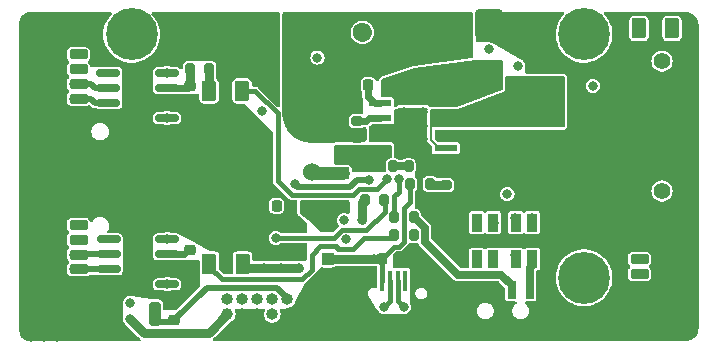
<source format=gtl>
G04 #@! TF.GenerationSoftware,KiCad,Pcbnew,8.0.1*
G04 #@! TF.CreationDate,2024-03-31T00:43:17+03:00*
G04 #@! TF.ProjectId,Master board,4d617374-6572-4206-926f-6172642e6b69,rev?*
G04 #@! TF.SameCoordinates,Original*
G04 #@! TF.FileFunction,Copper,L1,Top*
G04 #@! TF.FilePolarity,Positive*
%FSLAX46Y46*%
G04 Gerber Fmt 4.6, Leading zero omitted, Abs format (unit mm)*
G04 Created by KiCad (PCBNEW 8.0.1) date 2024-03-31 00:43:17*
%MOMM*%
%LPD*%
G01*
G04 APERTURE LIST*
G04 Aperture macros list*
%AMRoundRect*
0 Rectangle with rounded corners*
0 $1 Rounding radius*
0 $2 $3 $4 $5 $6 $7 $8 $9 X,Y pos of 4 corners*
0 Add a 4 corners polygon primitive as box body*
4,1,4,$2,$3,$4,$5,$6,$7,$8,$9,$2,$3,0*
0 Add four circle primitives for the rounded corners*
1,1,$1+$1,$2,$3*
1,1,$1+$1,$4,$5*
1,1,$1+$1,$6,$7*
1,1,$1+$1,$8,$9*
0 Add four rect primitives between the rounded corners*
20,1,$1+$1,$2,$3,$4,$5,0*
20,1,$1+$1,$4,$5,$6,$7,0*
20,1,$1+$1,$6,$7,$8,$9,0*
20,1,$1+$1,$8,$9,$2,$3,0*%
G04 Aperture macros list end*
G04 #@! TA.AperFunction,ComponentPad*
%ADD10C,1.600000*%
G04 #@! TD*
G04 #@! TA.AperFunction,SMDPad,CuDef*
%ADD11RoundRect,0.225000X0.250000X-0.225000X0.250000X0.225000X-0.250000X0.225000X-0.250000X-0.225000X0*%
G04 #@! TD*
G04 #@! TA.AperFunction,SMDPad,CuDef*
%ADD12R,0.400000X1.800000*%
G04 #@! TD*
G04 #@! TA.AperFunction,ComponentPad*
%ADD13O,1.090000X2.000000*%
G04 #@! TD*
G04 #@! TA.AperFunction,ComponentPad*
%ADD14O,1.050000X1.600000*%
G04 #@! TD*
G04 #@! TA.AperFunction,SMDPad,CuDef*
%ADD15RoundRect,0.200000X-0.600000X0.200000X-0.600000X-0.200000X0.600000X-0.200000X0.600000X0.200000X0*%
G04 #@! TD*
G04 #@! TA.AperFunction,SMDPad,CuDef*
%ADD16RoundRect,0.250001X-1.249999X0.799999X-1.249999X-0.799999X1.249999X-0.799999X1.249999X0.799999X0*%
G04 #@! TD*
G04 #@! TA.AperFunction,SMDPad,CuDef*
%ADD17R,0.700000X1.500000*%
G04 #@! TD*
G04 #@! TA.AperFunction,SMDPad,CuDef*
%ADD18R,1.000000X0.800000*%
G04 #@! TD*
G04 #@! TA.AperFunction,SMDPad,CuDef*
%ADD19RoundRect,0.250000X-0.375000X-0.625000X0.375000X-0.625000X0.375000X0.625000X-0.375000X0.625000X0*%
G04 #@! TD*
G04 #@! TA.AperFunction,SMDPad,CuDef*
%ADD20RoundRect,0.250000X0.250000X-0.750000X0.250000X0.750000X-0.250000X0.750000X-0.250000X-0.750000X0*%
G04 #@! TD*
G04 #@! TA.AperFunction,SMDPad,CuDef*
%ADD21R,2.500000X1.900000*%
G04 #@! TD*
G04 #@! TA.AperFunction,ComponentPad*
%ADD22C,1.000000*%
G04 #@! TD*
G04 #@! TA.AperFunction,ComponentPad*
%ADD23O,1.000000X1.000000*%
G04 #@! TD*
G04 #@! TA.AperFunction,SMDPad,CuDef*
%ADD24RoundRect,0.225000X-0.017678X0.335876X-0.335876X0.017678X0.017678X-0.335876X0.335876X-0.017678X0*%
G04 #@! TD*
G04 #@! TA.AperFunction,SMDPad,CuDef*
%ADD25RoundRect,0.200000X-0.200000X-0.275000X0.200000X-0.275000X0.200000X0.275000X-0.200000X0.275000X0*%
G04 #@! TD*
G04 #@! TA.AperFunction,ComponentPad*
%ADD26C,1.524000*%
G04 #@! TD*
G04 #@! TA.AperFunction,SMDPad,CuDef*
%ADD27RoundRect,0.250000X-0.300000X0.300000X-0.300000X-0.300000X0.300000X-0.300000X0.300000X0.300000X0*%
G04 #@! TD*
G04 #@! TA.AperFunction,SMDPad,CuDef*
%ADD28RoundRect,0.250000X0.300000X-0.300000X0.300000X0.300000X-0.300000X0.300000X-0.300000X-0.300000X0*%
G04 #@! TD*
G04 #@! TA.AperFunction,ComponentPad*
%ADD29C,0.700000*%
G04 #@! TD*
G04 #@! TA.AperFunction,ComponentPad*
%ADD30C,4.400000*%
G04 #@! TD*
G04 #@! TA.AperFunction,SMDPad,CuDef*
%ADD31RoundRect,0.225000X-0.225000X-0.250000X0.225000X-0.250000X0.225000X0.250000X-0.225000X0.250000X0*%
G04 #@! TD*
G04 #@! TA.AperFunction,SMDPad,CuDef*
%ADD32RoundRect,0.250000X0.375000X0.625000X-0.375000X0.625000X-0.375000X-0.625000X0.375000X-0.625000X0*%
G04 #@! TD*
G04 #@! TA.AperFunction,SMDPad,CuDef*
%ADD33RoundRect,0.250000X1.100000X-0.325000X1.100000X0.325000X-1.100000X0.325000X-1.100000X-0.325000X0*%
G04 #@! TD*
G04 #@! TA.AperFunction,SMDPad,CuDef*
%ADD34R,0.900000X1.500000*%
G04 #@! TD*
G04 #@! TA.AperFunction,SMDPad,CuDef*
%ADD35RoundRect,0.150000X0.825000X0.150000X-0.825000X0.150000X-0.825000X-0.150000X0.825000X-0.150000X0*%
G04 #@! TD*
G04 #@! TA.AperFunction,SMDPad,CuDef*
%ADD36RoundRect,0.225000X-0.250000X0.225000X-0.250000X-0.225000X0.250000X-0.225000X0.250000X0.225000X0*%
G04 #@! TD*
G04 #@! TA.AperFunction,SMDPad,CuDef*
%ADD37RoundRect,0.200000X0.200000X0.275000X-0.200000X0.275000X-0.200000X-0.275000X0.200000X-0.275000X0*%
G04 #@! TD*
G04 #@! TA.AperFunction,SMDPad,CuDef*
%ADD38R,1.910000X0.610000*%
G04 #@! TD*
G04 #@! TA.AperFunction,SMDPad,CuDef*
%ADD39R,1.205000X1.550000*%
G04 #@! TD*
G04 #@! TA.AperFunction,SMDPad,CuDef*
%ADD40RoundRect,0.200000X0.600000X-0.200000X0.600000X0.200000X-0.600000X0.200000X-0.600000X-0.200000X0*%
G04 #@! TD*
G04 #@! TA.AperFunction,SMDPad,CuDef*
%ADD41RoundRect,0.250001X1.249999X-0.799999X1.249999X0.799999X-1.249999X0.799999X-1.249999X-0.799999X0*%
G04 #@! TD*
G04 #@! TA.AperFunction,SMDPad,CuDef*
%ADD42RoundRect,0.200000X0.275000X-0.200000X0.275000X0.200000X-0.275000X0.200000X-0.275000X-0.200000X0*%
G04 #@! TD*
G04 #@! TA.AperFunction,SMDPad,CuDef*
%ADD43RoundRect,0.250000X0.900000X-1.000000X0.900000X1.000000X-0.900000X1.000000X-0.900000X-1.000000X0*%
G04 #@! TD*
G04 #@! TA.AperFunction,ComponentPad*
%ADD44C,1.400000*%
G04 #@! TD*
G04 #@! TA.AperFunction,ComponentPad*
%ADD45C,3.500000*%
G04 #@! TD*
G04 #@! TA.AperFunction,SMDPad,CuDef*
%ADD46RoundRect,0.225000X0.225000X0.250000X-0.225000X0.250000X-0.225000X-0.250000X0.225000X-0.250000X0*%
G04 #@! TD*
G04 #@! TA.AperFunction,ViaPad*
%ADD47C,0.800000*%
G04 #@! TD*
G04 #@! TA.AperFunction,Conductor*
%ADD48C,1.100000*%
G04 #@! TD*
G04 #@! TA.AperFunction,Conductor*
%ADD49C,0.500000*%
G04 #@! TD*
G04 #@! TA.AperFunction,Conductor*
%ADD50C,0.600000*%
G04 #@! TD*
G04 #@! TA.AperFunction,Conductor*
%ADD51C,0.700000*%
G04 #@! TD*
G04 #@! TA.AperFunction,Conductor*
%ADD52C,0.250000*%
G04 #@! TD*
G04 #@! TA.AperFunction,Conductor*
%ADD53C,0.800000*%
G04 #@! TD*
G04 #@! TA.AperFunction,Conductor*
%ADD54C,0.550000*%
G04 #@! TD*
G04 #@! TA.AperFunction,Conductor*
%ADD55C,0.400000*%
G04 #@! TD*
G04 #@! TA.AperFunction,Conductor*
%ADD56C,0.200000*%
G04 #@! TD*
G04 APERTURE END LIST*
D10*
X136436250Y-70427613D03*
X136436250Y-68427613D03*
D11*
X121844000Y-74530000D03*
X121844000Y-72980000D03*
D12*
X138112000Y-89434000D03*
X138762000Y-89434000D03*
X139412000Y-89434000D03*
X140062000Y-89434000D03*
X140712000Y-89434000D03*
D13*
X143012000Y-92684000D03*
D14*
X143012000Y-89234000D03*
D13*
X135812000Y-92684000D03*
D14*
X135812000Y-89234000D03*
D15*
X112399000Y-84732000D03*
X112399000Y-85982000D03*
X112399000Y-87232000D03*
X112399000Y-88482000D03*
X112399000Y-89732000D03*
X112399000Y-90982000D03*
D16*
X109499000Y-82182000D03*
X109499000Y-93532000D03*
D17*
X146092000Y-90247000D03*
X149092000Y-90247000D03*
X150592000Y-90247000D03*
D18*
X144692000Y-90897000D03*
X144692000Y-93107000D03*
X151992000Y-90897000D03*
X151992000Y-93107000D03*
D19*
X159866500Y-68091000D03*
X162666500Y-68091000D03*
D20*
X114427000Y-92235000D03*
X118877000Y-92235000D03*
D21*
X142043250Y-72400500D03*
X142043250Y-68300500D03*
D22*
X124991000Y-92310000D03*
D23*
X124991000Y-91040000D03*
X126261000Y-92310000D03*
X126261000Y-91040000D03*
X127531000Y-92310000D03*
X127531000Y-91040000D03*
X128801000Y-92310000D03*
X128801000Y-91040000D03*
X130071000Y-92310000D03*
X130071000Y-91040000D03*
D11*
X121870000Y-88404000D03*
X121870000Y-86854000D03*
D24*
X131778000Y-83240499D03*
X130681984Y-84336515D03*
D25*
X139117000Y-85557000D03*
X140767000Y-85557000D03*
D11*
X145463500Y-77110000D03*
X145463500Y-75560000D03*
D26*
X132147000Y-80269000D03*
X132147000Y-75269000D03*
D27*
X133487000Y-84784501D03*
X133487000Y-87584499D03*
D25*
X136630000Y-82591000D03*
X138280000Y-82591000D03*
D28*
X134798000Y-83171000D03*
X134798000Y-80371000D03*
D29*
X115249000Y-68597000D03*
X115732274Y-67430274D03*
X115732274Y-69763726D03*
X116899000Y-66947000D03*
D30*
X116899000Y-68597000D03*
D29*
X116899000Y-70247000D03*
X118065726Y-67430274D03*
X118065726Y-69763726D03*
X118549000Y-68597000D03*
D31*
X138112000Y-87574499D03*
X139662000Y-87574499D03*
D32*
X126255000Y-73396000D03*
X123455000Y-73396000D03*
D19*
X123486000Y-88007000D03*
X126286000Y-88007000D03*
D31*
X136932250Y-72906000D03*
X138482250Y-72906000D03*
D33*
X147830000Y-78385000D03*
X147830000Y-75435000D03*
D15*
X112399000Y-70292000D03*
X112399000Y-71542000D03*
X112399000Y-72792000D03*
X112399000Y-74042000D03*
X112399000Y-75292000D03*
X112399000Y-76542000D03*
D16*
X109499000Y-67742000D03*
X109499000Y-79092000D03*
D34*
X146118001Y-84524000D03*
X147518001Y-84524000D03*
X146118001Y-87624000D03*
X147518001Y-87624000D03*
D35*
X119905000Y-89757000D03*
X119905000Y-88487000D03*
X119905000Y-87217000D03*
X119905000Y-85947000D03*
X114955000Y-85947000D03*
X114955000Y-87217000D03*
X114955000Y-88487000D03*
X114955000Y-89757000D03*
D36*
X120456000Y-91258000D03*
X120456000Y-92808000D03*
D35*
X119886000Y-75660000D03*
X119886000Y-74390000D03*
X119886000Y-73120000D03*
X119886000Y-71850000D03*
X114936000Y-71850000D03*
X114936000Y-73120000D03*
X114936000Y-74390000D03*
X114936000Y-75660000D03*
D25*
X139117000Y-84054000D03*
X140767000Y-84054000D03*
X140486000Y-81250000D03*
X142136000Y-81250000D03*
D37*
X141994500Y-79770000D03*
X140344500Y-79770000D03*
D38*
X137945500Y-74431000D03*
X137945500Y-75701000D03*
X137945500Y-76971000D03*
X137945500Y-78241000D03*
X143505500Y-78241000D03*
X143505500Y-76971000D03*
X143505500Y-75701000D03*
X143505500Y-74431000D03*
D39*
X140123000Y-75561000D03*
X140123000Y-77111000D03*
X141328000Y-75561000D03*
X141328000Y-77111000D03*
D40*
X159899000Y-90117000D03*
X159899000Y-88867000D03*
X159899000Y-87617000D03*
D41*
X162799000Y-92667000D03*
X162799000Y-85067000D03*
D42*
X143524000Y-81345000D03*
X143524000Y-79695000D03*
D34*
X149419499Y-84524000D03*
X150819499Y-84524000D03*
X149419499Y-87624000D03*
X150819499Y-87624000D03*
D43*
X147173250Y-71997000D03*
X147173250Y-67697000D03*
D37*
X139034500Y-79770000D03*
X137384500Y-79770000D03*
D42*
X134530000Y-78912000D03*
X134530000Y-77262000D03*
D44*
X161799000Y-70865000D03*
X161799000Y-81865000D03*
D45*
X151799000Y-78865000D03*
X151799000Y-73865000D03*
D11*
X135993000Y-78862000D03*
X135993000Y-77312000D03*
D29*
X153549000Y-89197000D03*
X154032274Y-88030274D03*
X154032274Y-90363726D03*
X155199000Y-87547000D03*
D30*
X155199000Y-89197000D03*
D29*
X155199000Y-90847000D03*
X156365726Y-88030274D03*
X156365726Y-90363726D03*
X156849000Y-89197000D03*
D46*
X129176000Y-83093000D03*
X127626000Y-83093000D03*
D37*
X123474500Y-71544000D03*
X121824500Y-71544000D03*
D42*
X135993000Y-75948000D03*
X135993000Y-74298000D03*
D29*
X153549000Y-68597000D03*
X154032274Y-67430274D03*
X154032274Y-69763726D03*
X155199000Y-66947000D03*
D30*
X155199000Y-68597000D03*
D29*
X155199000Y-70247000D03*
X156365726Y-67430274D03*
X156365726Y-69763726D03*
X156849000Y-68597000D03*
D47*
X109499000Y-79092000D03*
X151992000Y-90897000D03*
X124765000Y-87644000D03*
X110598999Y-81532000D03*
X146423250Y-68546998D03*
X163898999Y-92017000D03*
X114427000Y-92235000D03*
X108399000Y-79741999D03*
X146423250Y-67097000D03*
X130928545Y-84517342D03*
X110598999Y-82831999D03*
X112798999Y-90982000D03*
X144692000Y-93107000D03*
X159899000Y-90117000D03*
X162799000Y-92667000D03*
X141530499Y-76335999D03*
X147923249Y-67097000D03*
X147173250Y-67821999D03*
X110598999Y-78442000D03*
X115510999Y-75660000D03*
X121844000Y-74530000D03*
X161699000Y-85716999D03*
X115529999Y-89757000D03*
X157495000Y-72949000D03*
X151992000Y-93107000D03*
X163898999Y-85716999D03*
X126686000Y-79084000D03*
X141426000Y-89209000D03*
X161699000Y-84417000D03*
X109499000Y-94181999D03*
X141530499Y-75186000D03*
X140725499Y-76910998D03*
X139920500Y-75186000D03*
X140725499Y-75760999D03*
X109499000Y-82182000D03*
X139920500Y-77485998D03*
X163145000Y-78446000D03*
X110598999Y-94181999D03*
X108399000Y-78442000D03*
X158934000Y-72615000D03*
X163898999Y-93316999D03*
X144692000Y-90897000D03*
X139920500Y-76335998D03*
X141530499Y-77485999D03*
X163898999Y-84417000D03*
X135048999Y-85932999D03*
X112399000Y-76542000D03*
X162799000Y-85067000D03*
X110598999Y-67092000D03*
X147923249Y-68546999D03*
X109499000Y-67092000D03*
X108399000Y-82831999D03*
X112399000Y-75292000D03*
X121870000Y-88404000D03*
X127627999Y-83093000D03*
X161699000Y-92017000D03*
X112798999Y-89732000D03*
X108399000Y-81532000D03*
X108399000Y-67092000D03*
X110598999Y-79741999D03*
X134891000Y-84332000D03*
X161699000Y-93316999D03*
X108399000Y-94181999D03*
X150819500Y-87624000D03*
X116753500Y-91363000D03*
X127893000Y-75067000D03*
X148707000Y-82119000D03*
X121870000Y-86854000D03*
X155945000Y-72949000D03*
X128078000Y-88340500D03*
X149621000Y-71260000D03*
X132625992Y-70557000D03*
X121844000Y-72980000D03*
X131077999Y-88340500D03*
X147468001Y-87274000D03*
X147173250Y-69869500D03*
X162666500Y-68091000D03*
X129578000Y-88340500D03*
X129228000Y-83093000D03*
X136441000Y-84332000D03*
X137437000Y-87576000D03*
X112399000Y-85982000D03*
X112399000Y-84732000D03*
X112798999Y-71542000D03*
X112798999Y-70292000D03*
X131778000Y-83240499D03*
X159866500Y-68091000D03*
X146105000Y-84547000D03*
X147568000Y-84547000D03*
X146168000Y-87508000D03*
X150769500Y-84174000D03*
X149369500Y-87274000D03*
X149369500Y-84174000D03*
X130728000Y-81284000D03*
X136989000Y-80889000D03*
X129105000Y-85841000D03*
X138280000Y-82665999D03*
X139935000Y-91661000D03*
X138239000Y-91661000D03*
X116753500Y-92663000D03*
X143524000Y-81345000D03*
X138499000Y-80858000D03*
X140767000Y-85482000D03*
X139500260Y-80824515D03*
X159899000Y-88867000D03*
X159899000Y-87617000D03*
X111999000Y-72792000D03*
X119886000Y-75660000D03*
X119886000Y-71850000D03*
X119905000Y-85947000D03*
X119905000Y-89757000D03*
X111999000Y-74042000D03*
X111999000Y-88482000D03*
X111999000Y-87232000D03*
D48*
X132249000Y-80371000D02*
X132147000Y-80269000D01*
X134798000Y-80371000D02*
X132249000Y-80371000D01*
D49*
X113415000Y-74042000D02*
X112399000Y-74042000D01*
X114936000Y-74390000D02*
X113763000Y-74390000D01*
D50*
X121704000Y-74390000D02*
X119886000Y-74390000D01*
X121844000Y-74530000D02*
X121704000Y-74390000D01*
X121787000Y-88487000D02*
X121870000Y-88404000D01*
X119905000Y-88487000D02*
X121787000Y-88487000D01*
X121704000Y-73120000D02*
X119886000Y-73120000D01*
D51*
X150819500Y-88182500D02*
X150819500Y-87624000D01*
D52*
X121870000Y-86854000D02*
X121870000Y-86854000D01*
D53*
X121824500Y-72960500D02*
X121844000Y-72980000D01*
X128078000Y-88340500D02*
X131077999Y-88340500D01*
D51*
X150592000Y-90247000D02*
X150592000Y-88410000D01*
D53*
X126619500Y-88340500D02*
X126286000Y-88007000D01*
X128078000Y-88340500D02*
X126619500Y-88340500D01*
D50*
X121318000Y-87217000D02*
X121681000Y-86854000D01*
X119905000Y-87217000D02*
X121318000Y-87217000D01*
X121681000Y-86854000D02*
X121870000Y-86854000D01*
D53*
X121824500Y-71544000D02*
X121824500Y-72960500D01*
D50*
X121844000Y-72980000D02*
X121704000Y-73120000D01*
D53*
X136441000Y-84332000D02*
X136441000Y-82767592D01*
D51*
X150592000Y-88410000D02*
X150819500Y-88182500D01*
D53*
X136441000Y-82767592D02*
X136616000Y-82592592D01*
D54*
X118877000Y-92235000D02*
X118877000Y-92960000D01*
X120456000Y-92808000D02*
X120494000Y-92808000D01*
X120494000Y-92808000D02*
X123250000Y-90052000D01*
X120304000Y-92960000D02*
X120456000Y-92808000D01*
X129191859Y-90052000D02*
X130071000Y-90931141D01*
X123250000Y-90052000D02*
X129191859Y-90052000D01*
X118877000Y-92960000D02*
X120304000Y-92960000D01*
X130071000Y-90931141D02*
X130071000Y-91040000D01*
D55*
X138112000Y-89434000D02*
X138112000Y-87574499D01*
X140486000Y-82767000D02*
X140486000Y-81250000D01*
D53*
X137437000Y-87576000D02*
X138110499Y-87576000D01*
D55*
X139950000Y-86154000D02*
X139950000Y-83303000D01*
X139546000Y-86558000D02*
X139950000Y-86154000D01*
D53*
X138110499Y-87576000D02*
X138112000Y-87574499D01*
X137435499Y-87574499D02*
X133487000Y-87574499D01*
D55*
X139128499Y-86558000D02*
X139546000Y-86558000D01*
X139950000Y-83303000D02*
X140486000Y-82767000D01*
D53*
X137437000Y-87576000D02*
X137435499Y-87574499D01*
D55*
X138112000Y-87574499D02*
X139128499Y-86558000D01*
D50*
X136932250Y-73869250D02*
X136932250Y-72906000D01*
X137494000Y-74431000D02*
X136932250Y-73869250D01*
X137945500Y-74431000D02*
X137494000Y-74431000D01*
D56*
X143505500Y-78241000D02*
X142915500Y-78241000D01*
X142241000Y-76375500D02*
X142915500Y-75701000D01*
X142915500Y-78241000D02*
X142241000Y-77566500D01*
X142915500Y-75701000D02*
X143505500Y-75701000D01*
X142241000Y-77566500D02*
X142241000Y-76375500D01*
D53*
X123474500Y-73376500D02*
X123455000Y-73396000D01*
X123474500Y-71544000D02*
X123474500Y-73376500D01*
D49*
X130925000Y-81481000D02*
X130728000Y-81284000D01*
X135377000Y-81481000D02*
X130925000Y-81481000D01*
X135969000Y-80889000D02*
X135377000Y-81481000D01*
X136989000Y-80889000D02*
X135969000Y-80889000D01*
D55*
X138311296Y-83593075D02*
X136772371Y-85132000D01*
X138311296Y-82622296D02*
X138311296Y-83593075D01*
X134009627Y-85841000D02*
X129105000Y-85841000D01*
X136772371Y-85132000D02*
X134718627Y-85132000D01*
X134718627Y-85132000D02*
X134009627Y-85841000D01*
X139412000Y-89434000D02*
X139412000Y-91138000D01*
X139412000Y-91138000D02*
X139935000Y-91661000D01*
X138762000Y-89434000D02*
X138762000Y-91138000D01*
X138762000Y-91138000D02*
X138239000Y-91661000D01*
D53*
X116753500Y-92663000D02*
X117948500Y-93858000D01*
X123443000Y-93858000D02*
X124991000Y-92310000D01*
X117948500Y-93858000D02*
X123443000Y-93858000D01*
X142231000Y-81345000D02*
X142136000Y-81250000D01*
X143524000Y-81345000D02*
X142231000Y-81345000D01*
D50*
X137945500Y-75701000D02*
X136996000Y-75701000D01*
X136749000Y-75948000D02*
X135993000Y-75948000D01*
X136996000Y-75701000D02*
X136749000Y-75948000D01*
D51*
X139034500Y-79770000D02*
X140344500Y-79770000D01*
D55*
X129249000Y-75291629D02*
X127382371Y-73425000D01*
X127382371Y-73425000D02*
X126264000Y-73425000D01*
X130451000Y-82179000D02*
X129249000Y-80977000D01*
X129249000Y-80977000D02*
X129249000Y-75291629D01*
X136143000Y-81701000D02*
X135665000Y-82179000D01*
X135665000Y-82179000D02*
X130451000Y-82179000D01*
X138499000Y-80858000D02*
X137656000Y-81701000D01*
X137656000Y-81701000D02*
X136143000Y-81701000D01*
X139117000Y-82292000D02*
X139117000Y-84054000D01*
X139500260Y-81908740D02*
X139117000Y-82292000D01*
X139500260Y-80824515D02*
X139500260Y-81908740D01*
D49*
X113753000Y-73120000D02*
X113425000Y-72792000D01*
X114936000Y-73120000D02*
X113753000Y-73120000D01*
X113425000Y-72792000D02*
X112399000Y-72792000D01*
D51*
X144509280Y-88936000D02*
X148194000Y-88936000D01*
X140805202Y-84054000D02*
X141717000Y-84965798D01*
X149092000Y-89834000D02*
X149092000Y-90247000D01*
X141717000Y-86143720D02*
X144509280Y-88936000D01*
X141717000Y-84965798D02*
X141717000Y-86143720D01*
X140767000Y-84054000D02*
X140805202Y-84054000D01*
X148194000Y-88936000D02*
X149092000Y-89834000D01*
D49*
X113763000Y-74390000D02*
X113415000Y-74042000D01*
X112404000Y-88487000D02*
X112399000Y-88482000D01*
X114955000Y-88487000D02*
X112404000Y-88487000D01*
X114955000Y-87217000D02*
X112414000Y-87217000D01*
X112414000Y-87217000D02*
X112399000Y-87232000D01*
D55*
X139103000Y-85832000D02*
X136582000Y-85832000D01*
X132886000Y-86550000D02*
X132171000Y-87265000D01*
X124538000Y-89322000D02*
X123486000Y-88270000D01*
X136582000Y-85832000D02*
X135665000Y-86749000D01*
X131356000Y-89322000D02*
X124538000Y-89322000D01*
X134391000Y-86749000D02*
X134192000Y-86550000D01*
X139117000Y-85557000D02*
X139117000Y-85818000D01*
X132171000Y-88507000D02*
X131356000Y-89322000D01*
X135665000Y-86749000D02*
X134391000Y-86749000D01*
X123486000Y-88270000D02*
X123486000Y-88007000D01*
X139117000Y-85818000D02*
X139103000Y-85832000D01*
X134192000Y-86550000D02*
X132886000Y-86550000D01*
X132171000Y-87265000D02*
X132171000Y-88507000D01*
G04 #@! TA.AperFunction,Conductor*
G36*
X145748250Y-66717462D02*
G01*
X145802788Y-66772000D01*
X145822750Y-66846500D01*
X145822750Y-67047874D01*
X145821475Y-67067323D01*
X145817568Y-67096998D01*
X145817568Y-67096999D01*
X145821475Y-67126674D01*
X145822750Y-67146124D01*
X145822750Y-68497872D01*
X145821475Y-68517321D01*
X145817568Y-68546996D01*
X145817568Y-68546997D01*
X145821475Y-68576672D01*
X145822750Y-68596122D01*
X145822750Y-68751260D01*
X145822837Y-68753118D01*
X145823000Y-68760089D01*
X145823000Y-70436221D01*
X145803038Y-70510721D01*
X145748500Y-70565259D01*
X145693850Y-70583893D01*
X140778453Y-71244606D01*
X140757440Y-71248553D01*
X140757423Y-71248556D01*
X140732402Y-71254619D01*
X140711955Y-71260713D01*
X140711945Y-71260717D01*
X138045572Y-72209060D01*
X138037231Y-72212233D01*
X138027285Y-72216265D01*
X138027282Y-72216266D01*
X137969913Y-72251406D01*
X137917122Y-72297150D01*
X137917103Y-72297168D01*
X137899156Y-72314752D01*
X137854510Y-72394569D01*
X137854509Y-72394570D01*
X137843689Y-72431418D01*
X137834825Y-72461608D01*
X137834824Y-72461611D01*
X137834820Y-72461627D01*
X137834106Y-72464909D01*
X137833527Y-72466031D01*
X137833327Y-72466713D01*
X137833195Y-72466674D01*
X137798757Y-72533460D01*
X137733868Y-72575151D01*
X137656827Y-72578812D01*
X137588276Y-72543463D01*
X137555755Y-72500866D01*
X137505778Y-72402780D01*
X137410470Y-72307472D01*
X137390212Y-72297150D01*
X137290377Y-72246281D01*
X137273769Y-72243650D01*
X137190738Y-72230500D01*
X136673762Y-72230500D01*
X136602592Y-72241772D01*
X136574122Y-72246281D01*
X136454029Y-72307472D01*
X136358722Y-72402779D01*
X136297531Y-72522872D01*
X136297531Y-72522874D01*
X136281750Y-72622512D01*
X136281750Y-73189488D01*
X136294567Y-73270412D01*
X136297531Y-73289127D01*
X136358722Y-73409220D01*
X136388109Y-73438607D01*
X136426673Y-73505402D01*
X136431750Y-73543966D01*
X136431750Y-73803358D01*
X136431750Y-73935142D01*
X136462923Y-74051484D01*
X136468000Y-74090045D01*
X136468000Y-75199728D01*
X136448038Y-75274228D01*
X136393500Y-75328766D01*
X136319000Y-75348728D01*
X136305373Y-75347657D01*
X136305350Y-75347959D01*
X136299520Y-75347500D01*
X135686481Y-75347500D01*
X135592695Y-75362354D01*
X135592693Y-75362355D01*
X135479657Y-75419950D01*
X135389950Y-75509657D01*
X135332354Y-75622694D01*
X135332354Y-75622696D01*
X135317500Y-75716481D01*
X135317500Y-75716484D01*
X135317500Y-75716485D01*
X135317500Y-76179518D01*
X135332354Y-76273304D01*
X135389950Y-76386342D01*
X135479658Y-76476050D01*
X135592696Y-76533646D01*
X135686481Y-76548500D01*
X136299518Y-76548499D01*
X136393304Y-76533646D01*
X136506342Y-76476050D01*
X136506343Y-76476048D01*
X136516790Y-76470726D01*
X136517532Y-76472182D01*
X136577099Y-76449316D01*
X136592674Y-76448500D01*
X136647778Y-76448500D01*
X136722278Y-76468462D01*
X136776816Y-76523000D01*
X136796778Y-76597500D01*
X136793915Y-76626566D01*
X136790000Y-76646249D01*
X136790000Y-77295748D01*
X136801633Y-77354233D01*
X136807249Y-77367791D01*
X136804520Y-77368921D01*
X136822159Y-77420878D01*
X136807114Y-77496525D01*
X136760492Y-77551580D01*
X136550773Y-77702453D01*
X136478639Y-77729755D01*
X136463759Y-77730500D01*
X136426933Y-77730500D01*
X136418130Y-77731541D01*
X136378964Y-77736177D01*
X136378956Y-77736179D01*
X136359778Y-77740782D01*
X136348316Y-77743061D01*
X136271900Y-77755165D01*
X136248590Y-77757000D01*
X135737413Y-77757000D01*
X135714103Y-77755165D01*
X135645603Y-77744315D01*
X135638989Y-77743114D01*
X135620541Y-77739332D01*
X135615701Y-77738256D01*
X135607045Y-77736179D01*
X135607041Y-77736178D01*
X135607039Y-77736177D01*
X135607032Y-77736176D01*
X135559070Y-77730500D01*
X135559067Y-77730500D01*
X134179000Y-77730500D01*
X134178986Y-77730500D01*
X134135323Y-77735195D01*
X134083775Y-77746409D01*
X134073635Y-77748887D01*
X134064952Y-77752202D01*
X134011812Y-77762000D01*
X132148213Y-77762000D01*
X132145777Y-77761980D01*
X132142231Y-77761922D01*
X131992313Y-77759470D01*
X131975302Y-77758215D01*
X131669803Y-77717996D01*
X131650690Y-77714194D01*
X131502455Y-77674475D01*
X131354224Y-77634756D01*
X131335769Y-77628491D01*
X131052214Y-77511039D01*
X131034734Y-77502419D01*
X130768938Y-77348962D01*
X130752733Y-77338134D01*
X130509232Y-77151289D01*
X130494578Y-77138438D01*
X130277561Y-76921421D01*
X130264710Y-76906767D01*
X130077865Y-76663266D01*
X130067037Y-76647061D01*
X129913580Y-76381265D01*
X129904960Y-76363785D01*
X129867482Y-76273306D01*
X129787507Y-76080229D01*
X129781243Y-76061775D01*
X129701801Y-75765297D01*
X129698005Y-75746208D01*
X129657783Y-75440690D01*
X129656529Y-75423685D01*
X129655526Y-75362355D01*
X129654020Y-75270223D01*
X129654000Y-75267787D01*
X129654000Y-70557002D01*
X132020310Y-70557002D01*
X132040946Y-70713757D01*
X132101455Y-70859840D01*
X132110019Y-70871000D01*
X132197710Y-70985282D01*
X132323151Y-71081536D01*
X132469230Y-71142044D01*
X132469233Y-71142044D01*
X132469235Y-71142045D01*
X132469232Y-71142045D01*
X132625989Y-71162682D01*
X132625992Y-71162682D01*
X132625995Y-71162682D01*
X132782749Y-71142045D01*
X132782750Y-71142044D01*
X132782754Y-71142044D01*
X132928833Y-71081536D01*
X133054274Y-70985282D01*
X133150528Y-70859841D01*
X133211036Y-70713762D01*
X133228134Y-70583893D01*
X133231674Y-70557002D01*
X133231674Y-70556997D01*
X133211037Y-70400242D01*
X133211036Y-70400240D01*
X133211036Y-70400238D01*
X133150528Y-70254159D01*
X133054274Y-70128718D01*
X132928833Y-70032464D01*
X132928832Y-70032463D01*
X132848936Y-69999369D01*
X132782754Y-69971956D01*
X132782752Y-69971955D01*
X132782748Y-69971954D01*
X132782751Y-69971954D01*
X132625995Y-69951318D01*
X132625989Y-69951318D01*
X132469234Y-69971954D01*
X132323151Y-70032463D01*
X132197710Y-70128717D01*
X132197709Y-70128718D01*
X132101455Y-70254159D01*
X132040946Y-70400242D01*
X132020310Y-70556997D01*
X132020310Y-70557002D01*
X129654000Y-70557002D01*
X129654000Y-68427613D01*
X135430909Y-68427613D01*
X135450226Y-68623747D01*
X135507437Y-68812344D01*
X135600333Y-68986139D01*
X135600337Y-68986145D01*
X135600340Y-68986151D01*
X135725367Y-69138496D01*
X135877712Y-69263523D01*
X135877721Y-69263528D01*
X135877723Y-69263529D01*
X136051518Y-69356425D01*
X136051520Y-69356425D01*
X136051523Y-69356427D01*
X136240118Y-69413637D01*
X136436250Y-69432954D01*
X136632382Y-69413637D01*
X136820977Y-69356427D01*
X136994788Y-69263523D01*
X137147133Y-69138496D01*
X137272160Y-68986151D01*
X137365064Y-68812340D01*
X137422274Y-68623745D01*
X137441591Y-68427613D01*
X137422274Y-68231481D01*
X137365064Y-68042886D01*
X137365062Y-68042883D01*
X137365062Y-68042881D01*
X137272166Y-67869086D01*
X137272165Y-67869084D01*
X137272160Y-67869075D01*
X137147133Y-67716730D01*
X136994788Y-67591703D01*
X136994782Y-67591700D01*
X136994776Y-67591696D01*
X136820981Y-67498800D01*
X136632384Y-67441589D01*
X136436250Y-67422272D01*
X136240115Y-67441589D01*
X136051518Y-67498800D01*
X135877723Y-67591696D01*
X135877715Y-67591701D01*
X135877713Y-67591702D01*
X135877712Y-67591703D01*
X135725367Y-67716730D01*
X135600338Y-67869078D01*
X135600333Y-67869086D01*
X135507437Y-68042881D01*
X135450226Y-68231478D01*
X135430909Y-68427613D01*
X129654000Y-68427613D01*
X129654000Y-66846500D01*
X129673962Y-66772000D01*
X129728500Y-66717462D01*
X129803000Y-66697500D01*
X145673750Y-66697500D01*
X145748250Y-66717462D01*
G37*
G04 #@! TD.AperFunction*
G04 #@! TA.AperFunction,Conductor*
G36*
X135273500Y-82640962D02*
G01*
X135328038Y-82695500D01*
X135348000Y-82770000D01*
X135348000Y-83648324D01*
X135328038Y-83722824D01*
X135273500Y-83777362D01*
X135199000Y-83797324D01*
X135141981Y-83785982D01*
X135047759Y-83746954D01*
X134891003Y-83726318D01*
X134890997Y-83726318D01*
X134734242Y-83746954D01*
X134588159Y-83807463D01*
X134462718Y-83903717D01*
X134462717Y-83903718D01*
X134366463Y-84029159D01*
X134305954Y-84175242D01*
X134285318Y-84331997D01*
X134285318Y-84332002D01*
X134305954Y-84488757D01*
X134366463Y-84634840D01*
X134409757Y-84691262D01*
X134439272Y-84762519D01*
X134429205Y-84838988D01*
X134396906Y-84887326D01*
X133992875Y-85291359D01*
X133926080Y-85329923D01*
X133887516Y-85335000D01*
X132993280Y-85335000D01*
X132918780Y-85315038D01*
X132894774Y-85297793D01*
X132887472Y-85291359D01*
X131798717Y-84332002D01*
X131178494Y-83785492D01*
X131135795Y-83721261D01*
X131128000Y-83673699D01*
X131128000Y-82770000D01*
X131147962Y-82695500D01*
X131202500Y-82640962D01*
X131277000Y-82621000D01*
X135199000Y-82621000D01*
X135273500Y-82640962D01*
G37*
G04 #@! TD.AperFunction*
G04 #@! TA.AperFunction,Conductor*
G36*
X115168915Y-66717185D02*
G01*
X115214670Y-66769989D01*
X115224614Y-66839147D01*
X115195589Y-66902703D01*
X115186760Y-66911892D01*
X115145652Y-66950494D01*
X114953111Y-67183236D01*
X114791268Y-67438261D01*
X114791265Y-67438267D01*
X114662661Y-67711563D01*
X114662659Y-67711568D01*
X114569320Y-67998835D01*
X114512719Y-68295546D01*
X114512718Y-68295553D01*
X114493754Y-68596994D01*
X114493754Y-68597005D01*
X114512718Y-68898446D01*
X114512719Y-68898453D01*
X114512720Y-68898457D01*
X114563307Y-69163646D01*
X114569320Y-69195164D01*
X114662659Y-69482431D01*
X114662661Y-69482436D01*
X114791265Y-69755732D01*
X114791268Y-69755738D01*
X114953111Y-70010763D01*
X115145652Y-70243505D01*
X115365836Y-70450272D01*
X115365846Y-70450280D01*
X115610193Y-70627808D01*
X115610198Y-70627810D01*
X115610205Y-70627816D01*
X115874896Y-70773332D01*
X115874901Y-70773334D01*
X115874903Y-70773335D01*
X115874904Y-70773336D01*
X116155734Y-70884524D01*
X116155737Y-70884525D01*
X116253259Y-70909564D01*
X116448302Y-70959642D01*
X116595039Y-70978179D01*
X116747963Y-70997499D01*
X116747969Y-70997499D01*
X116747973Y-70997500D01*
X116747975Y-70997500D01*
X117050025Y-70997500D01*
X117050027Y-70997500D01*
X117050032Y-70997499D01*
X117050036Y-70997499D01*
X117129591Y-70987448D01*
X117349698Y-70959642D01*
X117642262Y-70884525D01*
X117645225Y-70883352D01*
X117923095Y-70773336D01*
X117923096Y-70773335D01*
X117923094Y-70773335D01*
X117923104Y-70773332D01*
X118187795Y-70627816D01*
X118432162Y-70450274D01*
X118652349Y-70243504D01*
X118844885Y-70010768D01*
X119006733Y-69755736D01*
X119135341Y-69482430D01*
X119228681Y-69195160D01*
X119285280Y-68898457D01*
X119285281Y-68898446D01*
X119304246Y-68597005D01*
X119304246Y-68596994D01*
X119285281Y-68295553D01*
X119285280Y-68295546D01*
X119285280Y-68295543D01*
X119228681Y-67998840D01*
X119135341Y-67711570D01*
X119127700Y-67695333D01*
X119006734Y-67438267D01*
X119006733Y-67438264D01*
X118889236Y-67253118D01*
X118844888Y-67183236D01*
X118814197Y-67146137D01*
X118652349Y-66950496D01*
X118611239Y-66911891D01*
X118575845Y-66851651D01*
X118578639Y-66781837D01*
X118618732Y-66724616D01*
X118683398Y-66698155D01*
X118696124Y-66697500D01*
X129326721Y-66697500D01*
X129393760Y-66717185D01*
X129439515Y-66769989D01*
X129449661Y-66837681D01*
X129448500Y-66846501D01*
X129448500Y-74625374D01*
X129428815Y-74692413D01*
X129376011Y-74738168D01*
X129306853Y-74748112D01*
X129243297Y-74719087D01*
X129236819Y-74713055D01*
X127628286Y-73104522D01*
X127628284Y-73104520D01*
X127582621Y-73078156D01*
X127536960Y-73051793D01*
X127486028Y-73038146D01*
X127435098Y-73024500D01*
X127435097Y-73024500D01*
X127204500Y-73024500D01*
X127137461Y-73004815D01*
X127091706Y-72952011D01*
X127080500Y-72900500D01*
X127080500Y-72716730D01*
X127077646Y-72686300D01*
X127077646Y-72686298D01*
X127033620Y-72560481D01*
X127032793Y-72558118D01*
X126952150Y-72448850D01*
X126842882Y-72368207D01*
X126842880Y-72368206D01*
X126714700Y-72323353D01*
X126684270Y-72320500D01*
X126684266Y-72320500D01*
X125825734Y-72320500D01*
X125825730Y-72320500D01*
X125795300Y-72323353D01*
X125795298Y-72323353D01*
X125667119Y-72368206D01*
X125667117Y-72368207D01*
X125557850Y-72448850D01*
X125477207Y-72558117D01*
X125477206Y-72558119D01*
X125432353Y-72686298D01*
X125432353Y-72686300D01*
X125429500Y-72716730D01*
X125429500Y-73410767D01*
X125420061Y-73458219D01*
X125418368Y-73462306D01*
X125426666Y-73477502D01*
X125429500Y-73503862D01*
X125429500Y-74075269D01*
X125432353Y-74105699D01*
X125432353Y-74105701D01*
X125477206Y-74233880D01*
X125477207Y-74233882D01*
X125557850Y-74343150D01*
X125667118Y-74423793D01*
X125709845Y-74438744D01*
X125795299Y-74468646D01*
X125825730Y-74471500D01*
X125825734Y-74471500D01*
X126397138Y-74471500D01*
X126464177Y-74491185D01*
X126484819Y-74507819D01*
X127434024Y-75457024D01*
X127444718Y-75469218D01*
X127464717Y-75495281D01*
X127490779Y-75515279D01*
X127502974Y-75525974D01*
X128812181Y-76835181D01*
X128845666Y-76896504D01*
X128848500Y-76922862D01*
X128848500Y-80924273D01*
X128848500Y-81029727D01*
X128862146Y-81080657D01*
X128875793Y-81131589D01*
X128898511Y-81170937D01*
X128928520Y-81222913D01*
X128928521Y-81222914D01*
X128928522Y-81222915D01*
X130126179Y-82420571D01*
X130126189Y-82420582D01*
X130130519Y-82424912D01*
X130130520Y-82424913D01*
X130205087Y-82499480D01*
X130266823Y-82535123D01*
X130292915Y-82550188D01*
X130292916Y-82550188D01*
X130292919Y-82550190D01*
X130296413Y-82552207D01*
X130398273Y-82579501D01*
X130398275Y-82579501D01*
X130511323Y-82579501D01*
X130511339Y-82579500D01*
X130806185Y-82579500D01*
X130873224Y-82599185D01*
X130918979Y-82651989D01*
X130929124Y-82719685D01*
X130922500Y-82769999D01*
X130922500Y-83673697D01*
X130925204Y-83706923D01*
X130925207Y-83706948D01*
X130933000Y-83754496D01*
X130964657Y-83835023D01*
X130964659Y-83835027D01*
X130986662Y-83868125D01*
X131007359Y-83899259D01*
X131042632Y-83939674D01*
X131042638Y-83939680D01*
X131532546Y-84371361D01*
X131698886Y-84517932D01*
X131728978Y-84544447D01*
X131766263Y-84603536D01*
X131771000Y-84637482D01*
X131771000Y-85316500D01*
X131751315Y-85383539D01*
X131698511Y-85429294D01*
X131647000Y-85440500D01*
X129611580Y-85440500D01*
X129544541Y-85420815D01*
X129536093Y-85414876D01*
X129533283Y-85412720D01*
X129533282Y-85412718D01*
X129407841Y-85316464D01*
X129353009Y-85293752D01*
X129261762Y-85255956D01*
X129261760Y-85255955D01*
X129105001Y-85235318D01*
X129104999Y-85235318D01*
X128948239Y-85255955D01*
X128948237Y-85255956D01*
X128802160Y-85316463D01*
X128676718Y-85412718D01*
X128580463Y-85538160D01*
X128519956Y-85684237D01*
X128519955Y-85684239D01*
X128499318Y-85840998D01*
X128499318Y-85841001D01*
X128519955Y-85997760D01*
X128519956Y-85997762D01*
X128575840Y-86132679D01*
X128580464Y-86143841D01*
X128676718Y-86269282D01*
X128802159Y-86365536D01*
X128948238Y-86426044D01*
X129026619Y-86436363D01*
X129104999Y-86446682D01*
X129105000Y-86446682D01*
X129105001Y-86446682D01*
X129157254Y-86439802D01*
X129261762Y-86426044D01*
X129407841Y-86365536D01*
X129533282Y-86269282D01*
X129533283Y-86269279D01*
X129536093Y-86267124D01*
X129601263Y-86241930D01*
X129611580Y-86241500D01*
X131647000Y-86241500D01*
X131714039Y-86261185D01*
X131759794Y-86313989D01*
X131771000Y-86365500D01*
X131771000Y-87200350D01*
X131770500Y-87207980D01*
X131770500Y-87616000D01*
X131750815Y-87683039D01*
X131698011Y-87728794D01*
X131646500Y-87740000D01*
X131125486Y-87740000D01*
X131109301Y-87738939D01*
X131077999Y-87734818D01*
X131046696Y-87738939D01*
X131030512Y-87740000D01*
X129625487Y-87740000D01*
X129609302Y-87738939D01*
X129578000Y-87734818D01*
X129546697Y-87738939D01*
X129530513Y-87740000D01*
X128125487Y-87740000D01*
X128109302Y-87738939D01*
X128078000Y-87734818D01*
X128046697Y-87738939D01*
X128030513Y-87740000D01*
X127235500Y-87740000D01*
X127168461Y-87720315D01*
X127122706Y-87667511D01*
X127111500Y-87616000D01*
X127111500Y-87327730D01*
X127108646Y-87297300D01*
X127108646Y-87297298D01*
X127074842Y-87200695D01*
X127063793Y-87169118D01*
X126983150Y-87059850D01*
X126873882Y-86979207D01*
X126873880Y-86979206D01*
X126745700Y-86934353D01*
X126715270Y-86931500D01*
X126715266Y-86931500D01*
X125856734Y-86931500D01*
X125856730Y-86931500D01*
X125826300Y-86934353D01*
X125826298Y-86934353D01*
X125698119Y-86979206D01*
X125698117Y-86979207D01*
X125588850Y-87059850D01*
X125508207Y-87169117D01*
X125508206Y-87169119D01*
X125463353Y-87297298D01*
X125463353Y-87297300D01*
X125460500Y-87327730D01*
X125460500Y-88686269D01*
X125463353Y-88716699D01*
X125463354Y-88716701D01*
X125477296Y-88756545D01*
X125480858Y-88826324D01*
X125446130Y-88886951D01*
X125384136Y-88919179D01*
X125360255Y-88921500D01*
X124755254Y-88921500D01*
X124688215Y-88901815D01*
X124667573Y-88885181D01*
X124347819Y-88565426D01*
X124314334Y-88504103D01*
X124311500Y-88477745D01*
X124311500Y-87327730D01*
X124308646Y-87297300D01*
X124308646Y-87297298D01*
X124274842Y-87200695D01*
X124263793Y-87169118D01*
X124183150Y-87059850D01*
X124073882Y-86979207D01*
X124073880Y-86979206D01*
X123945700Y-86934353D01*
X123915270Y-86931500D01*
X123915266Y-86931500D01*
X123605188Y-86931500D01*
X123546635Y-86916805D01*
X123508105Y-86896165D01*
X122406068Y-86305817D01*
X122376938Y-86284190D01*
X122373222Y-86280474D01*
X122373220Y-86280472D01*
X122279068Y-86232499D01*
X122253123Y-86219279D01*
X122243847Y-86216266D01*
X122244318Y-86214814D01*
X122222452Y-86207456D01*
X121983846Y-86079637D01*
X120975851Y-85539666D01*
X120946724Y-85518043D01*
X120936483Y-85507802D01*
X120831393Y-85456427D01*
X120831391Y-85456426D01*
X120763261Y-85446500D01*
X120763260Y-85446500D01*
X120281257Y-85446500D01*
X120214218Y-85426815D01*
X120208900Y-85423075D01*
X120207836Y-85422461D01*
X120061765Y-85361957D01*
X120061760Y-85361955D01*
X119905001Y-85341318D01*
X119904999Y-85341318D01*
X119748239Y-85361955D01*
X119748234Y-85361957D01*
X119602163Y-85422461D01*
X119595124Y-85426526D01*
X119594117Y-85424783D01*
X119539068Y-85446069D01*
X119528743Y-85446500D01*
X119046739Y-85446500D01*
X118978608Y-85456426D01*
X118873514Y-85507803D01*
X118790803Y-85590514D01*
X118739426Y-85695608D01*
X118729500Y-85763739D01*
X118729500Y-86130265D01*
X118729675Y-86132679D01*
X118730000Y-86141645D01*
X118730000Y-87022357D01*
X118729675Y-87031324D01*
X118729500Y-87033737D01*
X118729500Y-87400260D01*
X118739426Y-87468390D01*
X118739426Y-87468391D01*
X118739427Y-87468393D01*
X118782892Y-87557302D01*
X118790803Y-87573485D01*
X118873514Y-87656196D01*
X118873515Y-87656196D01*
X118873517Y-87656198D01*
X118978607Y-87707573D01*
X119012673Y-87712536D01*
X119046739Y-87717500D01*
X119046740Y-87717500D01*
X121388187Y-87717500D01*
X121395816Y-87717000D01*
X122536500Y-87717000D01*
X122603539Y-87736685D01*
X122649294Y-87789489D01*
X122660500Y-87841000D01*
X122660500Y-88686277D01*
X122660635Y-88689163D01*
X122660614Y-88689163D01*
X122661000Y-88697398D01*
X122661000Y-89917179D01*
X122641315Y-89984218D01*
X122624681Y-90004860D01*
X120757860Y-91871681D01*
X120696537Y-91905166D01*
X120670179Y-91908000D01*
X119701500Y-91908000D01*
X119634461Y-91888315D01*
X119588706Y-91835511D01*
X119577500Y-91784000D01*
X119577500Y-91430730D01*
X119574646Y-91400300D01*
X119574646Y-91400298D01*
X119529793Y-91272119D01*
X119529792Y-91272117D01*
X119449150Y-91162850D01*
X119339882Y-91082207D01*
X119339880Y-91082206D01*
X119211700Y-91037353D01*
X119181270Y-91034500D01*
X119181266Y-91034500D01*
X118585690Y-91034500D01*
X118566960Y-91033077D01*
X116932668Y-90783355D01*
X116918308Y-90779346D01*
X116918117Y-90780060D01*
X116910267Y-90777956D01*
X116818124Y-90765825D01*
X116815589Y-90765464D01*
X116782497Y-90760409D01*
X116779082Y-90760685D01*
X116753503Y-90757318D01*
X116753498Y-90757318D01*
X116596739Y-90777955D01*
X116596737Y-90777956D01*
X116450660Y-90838463D01*
X116325218Y-90934718D01*
X116228963Y-91060160D01*
X116168456Y-91206237D01*
X116168455Y-91206239D01*
X116147818Y-91363001D01*
X116147817Y-91369089D01*
X116148034Y-91372312D01*
X116152676Y-92617494D01*
X116151617Y-92634137D01*
X116147818Y-92663000D01*
X116151938Y-92694296D01*
X116152999Y-92710481D01*
X116152999Y-92742056D01*
X116161171Y-92772557D01*
X116164334Y-92788458D01*
X116168456Y-92819763D01*
X116168457Y-92819767D01*
X116180538Y-92848934D01*
X116185750Y-92864288D01*
X116193921Y-92894780D01*
X116193925Y-92894790D01*
X116209705Y-92922121D01*
X116216878Y-92936665D01*
X116228964Y-92965841D01*
X116228966Y-92965843D01*
X116228968Y-92965847D01*
X116248183Y-92990888D01*
X116257194Y-93004373D01*
X116272634Y-93031116D01*
X116272981Y-93031716D01*
X116295306Y-93054041D01*
X116305988Y-93066221D01*
X116325218Y-93091282D01*
X116325219Y-93091283D01*
X116350269Y-93110504D01*
X116362464Y-93121199D01*
X117463639Y-94222374D01*
X117463649Y-94222385D01*
X117467979Y-94226715D01*
X117467980Y-94226716D01*
X117579784Y-94338520D01*
X117579786Y-94338521D01*
X117591202Y-94345112D01*
X117639418Y-94395679D01*
X117652642Y-94464286D01*
X117626674Y-94529151D01*
X117569760Y-94569680D01*
X117529203Y-94576500D01*
X108255093Y-94576500D01*
X108242939Y-94575903D01*
X108095426Y-94561374D01*
X108071585Y-94556632D01*
X107935596Y-94515381D01*
X107913139Y-94506079D01*
X107834951Y-94464286D01*
X107787812Y-94439089D01*
X107767601Y-94425584D01*
X107657753Y-94335434D01*
X107640565Y-94318246D01*
X107550415Y-94208398D01*
X107536910Y-94188187D01*
X107536727Y-94187844D01*
X107469918Y-94062855D01*
X107460621Y-94040410D01*
X107419365Y-93904408D01*
X107414626Y-93880580D01*
X107400097Y-93733061D01*
X107399500Y-93720907D01*
X107399500Y-89940260D01*
X118729500Y-89940260D01*
X118739426Y-90008391D01*
X118790803Y-90113485D01*
X118873514Y-90196196D01*
X118873515Y-90196196D01*
X118873517Y-90196198D01*
X118978607Y-90247573D01*
X119012673Y-90252536D01*
X119046739Y-90257500D01*
X119046740Y-90257500D01*
X119528743Y-90257500D01*
X119595782Y-90277185D01*
X119601099Y-90280924D01*
X119602157Y-90281534D01*
X119602159Y-90281536D01*
X119602160Y-90281536D01*
X119602163Y-90281538D01*
X119675198Y-90311790D01*
X119748238Y-90342044D01*
X119826619Y-90352363D01*
X119904999Y-90362682D01*
X119905000Y-90362682D01*
X119905001Y-90362682D01*
X119957791Y-90355732D01*
X120061762Y-90342044D01*
X120207841Y-90281536D01*
X120207845Y-90281532D01*
X120214876Y-90277474D01*
X120215882Y-90279216D01*
X120270932Y-90257931D01*
X120281257Y-90257500D01*
X120763261Y-90257500D01*
X120785971Y-90254191D01*
X120831393Y-90247573D01*
X120936483Y-90196198D01*
X121019198Y-90113483D01*
X121070573Y-90008393D01*
X121080500Y-89940260D01*
X121080500Y-89573740D01*
X121070573Y-89505607D01*
X121019198Y-89400517D01*
X121019196Y-89400515D01*
X121019196Y-89400514D01*
X120936485Y-89317803D01*
X120916700Y-89308131D01*
X120831393Y-89266427D01*
X120831391Y-89266426D01*
X120763261Y-89256500D01*
X120763260Y-89256500D01*
X120281257Y-89256500D01*
X120214218Y-89236815D01*
X120208900Y-89233075D01*
X120207836Y-89232461D01*
X120061765Y-89171957D01*
X120061760Y-89171955D01*
X119905001Y-89151318D01*
X119904999Y-89151318D01*
X119748239Y-89171955D01*
X119748234Y-89171957D01*
X119602163Y-89232461D01*
X119595124Y-89236526D01*
X119594117Y-89234783D01*
X119539068Y-89256069D01*
X119528743Y-89256500D01*
X119046739Y-89256500D01*
X118978608Y-89266426D01*
X118873514Y-89317803D01*
X118790803Y-89400514D01*
X118739426Y-89505608D01*
X118729500Y-89573739D01*
X118729500Y-89940260D01*
X107399500Y-89940260D01*
X107399500Y-88482001D01*
X111393318Y-88482001D01*
X111397439Y-88513304D01*
X111398500Y-88529488D01*
X111398500Y-88713517D01*
X111405315Y-88756545D01*
X111413354Y-88807304D01*
X111470950Y-88920342D01*
X111470952Y-88920344D01*
X111470954Y-88920347D01*
X111560652Y-89010045D01*
X111560654Y-89010046D01*
X111560658Y-89010050D01*
X111673694Y-89067645D01*
X111673698Y-89067647D01*
X111767475Y-89082499D01*
X111767481Y-89082500D01*
X111951506Y-89082499D01*
X111967694Y-89083560D01*
X111999000Y-89087682D01*
X112030306Y-89083560D01*
X112046493Y-89082499D01*
X113030517Y-89082499D01*
X113030518Y-89082499D01*
X113124304Y-89067646D01*
X113237342Y-89010050D01*
X113273572Y-88973820D01*
X113334894Y-88940334D01*
X113361254Y-88937500D01*
X113917948Y-88937500D01*
X113972407Y-88950098D01*
X114028607Y-88977573D01*
X114062673Y-88982536D01*
X114096739Y-88987500D01*
X114096740Y-88987500D01*
X115813261Y-88987500D01*
X115835971Y-88984191D01*
X115881393Y-88977573D01*
X115986483Y-88926198D01*
X116069198Y-88843483D01*
X116120573Y-88738393D01*
X116130500Y-88670260D01*
X116130500Y-88303740D01*
X116130500Y-88303737D01*
X116130325Y-88301324D01*
X116130000Y-88292357D01*
X116130000Y-87411645D01*
X116130325Y-87402679D01*
X116130500Y-87400265D01*
X116130500Y-87033737D01*
X116130325Y-87031324D01*
X116130000Y-87022357D01*
X116130000Y-86141645D01*
X116130325Y-86132679D01*
X116130500Y-86130265D01*
X116130500Y-85763739D01*
X116120573Y-85695608D01*
X116120573Y-85695607D01*
X116069198Y-85590517D01*
X116069196Y-85590515D01*
X116069196Y-85590514D01*
X115986485Y-85507803D01*
X115881391Y-85456426D01*
X115813261Y-85446500D01*
X115813260Y-85446500D01*
X114938142Y-85446500D01*
X114871103Y-85426815D01*
X114825348Y-85374011D01*
X114815404Y-85304853D01*
X114835040Y-85253609D01*
X114894580Y-85164501D01*
X114894580Y-85164500D01*
X114894584Y-85164495D01*
X114897815Y-85156696D01*
X114938984Y-85057304D01*
X114951158Y-85027913D01*
X114963967Y-84963518D01*
X114980000Y-84882920D01*
X114980000Y-84735079D01*
X114951159Y-84590092D01*
X114951158Y-84590091D01*
X114951158Y-84590087D01*
X114933310Y-84546998D01*
X114894587Y-84453511D01*
X114894580Y-84453498D01*
X114812451Y-84330584D01*
X114812448Y-84330580D01*
X114707919Y-84226051D01*
X114707915Y-84226048D01*
X114585001Y-84143919D01*
X114584988Y-84143912D01*
X114448417Y-84087343D01*
X114448407Y-84087340D01*
X114303420Y-84058500D01*
X114303418Y-84058500D01*
X114155582Y-84058500D01*
X114155580Y-84058500D01*
X114010592Y-84087340D01*
X114010582Y-84087343D01*
X113874011Y-84143912D01*
X113873998Y-84143919D01*
X113751084Y-84226048D01*
X113751080Y-84226051D01*
X113646551Y-84330580D01*
X113646546Y-84330586D01*
X113593490Y-84409989D01*
X113539877Y-84454793D01*
X113470552Y-84463500D01*
X113407525Y-84433345D01*
X113379906Y-84397394D01*
X113327050Y-84293658D01*
X113327047Y-84293655D01*
X113327045Y-84293652D01*
X113237347Y-84203954D01*
X113237344Y-84203952D01*
X113237342Y-84203950D01*
X113160517Y-84164805D01*
X113124301Y-84146352D01*
X113030524Y-84131500D01*
X113030519Y-84131500D01*
X112446489Y-84131500D01*
X112430304Y-84130439D01*
X112399001Y-84126318D01*
X112398998Y-84126318D01*
X112367694Y-84130439D01*
X112351510Y-84131500D01*
X111767482Y-84131500D01*
X111689115Y-84143912D01*
X111673696Y-84146354D01*
X111560658Y-84203950D01*
X111560657Y-84203951D01*
X111560652Y-84203954D01*
X111470954Y-84293652D01*
X111470951Y-84293657D01*
X111470950Y-84293658D01*
X111452137Y-84330580D01*
X111413352Y-84406698D01*
X111398500Y-84500475D01*
X111398500Y-84963517D01*
X111408698Y-85027907D01*
X111413354Y-85057304D01*
X111470950Y-85170342D01*
X111470952Y-85170344D01*
X111470954Y-85170347D01*
X111567558Y-85266951D01*
X111565515Y-85268993D01*
X111598689Y-85312016D01*
X111604665Y-85381630D01*
X111572057Y-85443424D01*
X111565512Y-85449094D01*
X111470954Y-85543652D01*
X111470951Y-85543657D01*
X111470950Y-85543658D01*
X111451751Y-85581337D01*
X111413352Y-85656698D01*
X111398500Y-85750475D01*
X111398500Y-86213517D01*
X111407259Y-86268819D01*
X111413354Y-86307304D01*
X111470950Y-86420342D01*
X111470952Y-86420344D01*
X111470954Y-86420347D01*
X111567558Y-86516951D01*
X111565515Y-86518993D01*
X111598689Y-86562016D01*
X111604665Y-86631630D01*
X111572057Y-86693424D01*
X111565512Y-86699094D01*
X111470954Y-86793652D01*
X111470951Y-86793657D01*
X111470950Y-86793658D01*
X111454253Y-86826427D01*
X111413352Y-86906698D01*
X111398500Y-87000475D01*
X111398500Y-87184510D01*
X111397439Y-87200695D01*
X111393318Y-87231998D01*
X111393318Y-87232001D01*
X111397439Y-87263304D01*
X111398500Y-87279488D01*
X111398500Y-87463517D01*
X111409292Y-87531657D01*
X111413354Y-87557304D01*
X111470950Y-87670342D01*
X111470952Y-87670344D01*
X111470954Y-87670347D01*
X111567558Y-87766951D01*
X111565515Y-87768993D01*
X111598689Y-87812016D01*
X111604665Y-87881630D01*
X111572057Y-87943424D01*
X111565512Y-87949094D01*
X111470954Y-88043652D01*
X111470951Y-88043657D01*
X111413352Y-88156698D01*
X111398500Y-88250475D01*
X111398500Y-88434510D01*
X111397439Y-88450695D01*
X111393318Y-88481998D01*
X111393318Y-88482001D01*
X107399500Y-88482001D01*
X107399500Y-83376493D01*
X128525500Y-83376493D01*
X128541279Y-83476121D01*
X128541280Y-83476124D01*
X128541281Y-83476126D01*
X128596823Y-83585133D01*
X128602473Y-83596221D01*
X128602476Y-83596225D01*
X128697774Y-83691523D01*
X128697778Y-83691526D01*
X128697780Y-83691528D01*
X128817874Y-83752719D01*
X128817876Y-83752719D01*
X128817878Y-83752720D01*
X128917507Y-83768500D01*
X128917512Y-83768500D01*
X129434493Y-83768500D01*
X129534121Y-83752720D01*
X129534121Y-83752719D01*
X129534126Y-83752719D01*
X129654220Y-83691528D01*
X129749528Y-83596220D01*
X129810719Y-83476126D01*
X129814706Y-83450954D01*
X129826500Y-83376493D01*
X129826500Y-83155678D01*
X129827561Y-83139492D01*
X129833682Y-83093000D01*
X129833682Y-83092998D01*
X129827561Y-83046505D01*
X129826500Y-83030320D01*
X129826500Y-82809506D01*
X129810720Y-82709878D01*
X129810719Y-82709876D01*
X129810719Y-82709874D01*
X129749528Y-82589780D01*
X129749526Y-82589778D01*
X129749523Y-82589774D01*
X129654225Y-82494476D01*
X129654221Y-82494473D01*
X129654220Y-82494472D01*
X129534126Y-82433281D01*
X129534124Y-82433280D01*
X129534121Y-82433279D01*
X129434493Y-82417500D01*
X129434488Y-82417500D01*
X128917512Y-82417500D01*
X128917507Y-82417500D01*
X128817878Y-82433279D01*
X128697778Y-82494473D01*
X128697774Y-82494476D01*
X128602476Y-82589774D01*
X128602473Y-82589778D01*
X128541279Y-82709878D01*
X128525500Y-82809506D01*
X128525500Y-83376493D01*
X107399500Y-83376493D01*
X107399500Y-76882920D01*
X113478999Y-76882920D01*
X113507840Y-77027907D01*
X113507843Y-77027917D01*
X113564412Y-77164488D01*
X113564419Y-77164501D01*
X113646548Y-77287415D01*
X113646551Y-77287419D01*
X113751080Y-77391948D01*
X113751084Y-77391951D01*
X113873998Y-77474080D01*
X113874011Y-77474087D01*
X113984441Y-77519828D01*
X114010587Y-77530658D01*
X114010591Y-77530658D01*
X114010592Y-77530659D01*
X114155579Y-77559500D01*
X114155582Y-77559500D01*
X114303420Y-77559500D01*
X114418501Y-77536608D01*
X114448413Y-77530658D01*
X114584995Y-77474084D01*
X114707916Y-77391951D01*
X114812451Y-77287416D01*
X114894584Y-77164495D01*
X114951158Y-77027913D01*
X114960596Y-76980462D01*
X114980000Y-76882920D01*
X114980000Y-76735079D01*
X114951159Y-76590092D01*
X114951158Y-76590091D01*
X114951158Y-76590087D01*
X114933207Y-76546750D01*
X114894587Y-76453511D01*
X114894580Y-76453498D01*
X114812451Y-76330584D01*
X114812448Y-76330580D01*
X114707919Y-76226051D01*
X114707915Y-76226048D01*
X114585001Y-76143919D01*
X114584988Y-76143912D01*
X114448417Y-76087343D01*
X114448407Y-76087340D01*
X114303420Y-76058500D01*
X114303418Y-76058500D01*
X114155582Y-76058500D01*
X114155580Y-76058500D01*
X114010592Y-76087340D01*
X114010582Y-76087343D01*
X113874011Y-76143912D01*
X113873998Y-76143919D01*
X113751084Y-76226048D01*
X113751080Y-76226051D01*
X113646551Y-76330580D01*
X113646548Y-76330584D01*
X113564419Y-76453498D01*
X113564412Y-76453511D01*
X113507843Y-76590082D01*
X113507840Y-76590092D01*
X113479000Y-76735079D01*
X113479000Y-76735082D01*
X113479000Y-76882918D01*
X113479000Y-76882920D01*
X113478999Y-76882920D01*
X107399500Y-76882920D01*
X107399500Y-75843260D01*
X118710500Y-75843260D01*
X118720426Y-75911391D01*
X118771803Y-76016485D01*
X118854514Y-76099196D01*
X118854515Y-76099196D01*
X118854517Y-76099198D01*
X118959607Y-76150573D01*
X118993673Y-76155536D01*
X119027739Y-76160500D01*
X119027740Y-76160500D01*
X119509743Y-76160500D01*
X119576782Y-76180185D01*
X119582099Y-76183924D01*
X119583157Y-76184534D01*
X119583159Y-76184536D01*
X119583160Y-76184536D01*
X119583163Y-76184538D01*
X119656198Y-76214790D01*
X119729238Y-76245044D01*
X119807619Y-76255363D01*
X119885999Y-76265682D01*
X119886000Y-76265682D01*
X119886001Y-76265682D01*
X119938254Y-76258802D01*
X120042762Y-76245044D01*
X120188841Y-76184536D01*
X120188845Y-76184532D01*
X120195876Y-76180474D01*
X120196882Y-76182216D01*
X120251932Y-76160931D01*
X120262257Y-76160500D01*
X120744261Y-76160500D01*
X120766971Y-76157191D01*
X120812393Y-76150573D01*
X120917483Y-76099198D01*
X121000198Y-76016483D01*
X121051573Y-75911393D01*
X121061500Y-75843260D01*
X121061500Y-75476740D01*
X121051573Y-75408607D01*
X121000198Y-75303517D01*
X121000196Y-75303515D01*
X121000196Y-75303514D01*
X120917485Y-75220803D01*
X120812391Y-75169426D01*
X120744261Y-75159500D01*
X120744260Y-75159500D01*
X120262257Y-75159500D01*
X120195218Y-75139815D01*
X120189900Y-75136075D01*
X120188836Y-75135461D01*
X120042765Y-75074957D01*
X120042760Y-75074955D01*
X119886001Y-75054318D01*
X119885999Y-75054318D01*
X119729239Y-75074955D01*
X119729234Y-75074957D01*
X119583163Y-75135461D01*
X119576124Y-75139526D01*
X119575117Y-75137783D01*
X119520068Y-75159069D01*
X119509743Y-75159500D01*
X119027739Y-75159500D01*
X118959608Y-75169426D01*
X118854514Y-75220803D01*
X118771803Y-75303514D01*
X118720426Y-75408608D01*
X118710500Y-75476739D01*
X118710500Y-75843260D01*
X107399500Y-75843260D01*
X107399500Y-74042001D01*
X111393318Y-74042001D01*
X111397439Y-74073304D01*
X111398500Y-74089488D01*
X111398500Y-74273517D01*
X111409292Y-74341657D01*
X111413354Y-74367304D01*
X111470950Y-74480342D01*
X111470952Y-74480344D01*
X111470954Y-74480347D01*
X111560652Y-74570045D01*
X111560654Y-74570046D01*
X111560658Y-74570050D01*
X111640236Y-74610597D01*
X111673698Y-74627647D01*
X111767475Y-74642499D01*
X111767481Y-74642500D01*
X111951506Y-74642499D01*
X111967694Y-74643560D01*
X111999000Y-74647682D01*
X112030306Y-74643560D01*
X112046493Y-74642499D01*
X113030517Y-74642499D01*
X113030518Y-74642499D01*
X113124304Y-74627646D01*
X113202520Y-74587792D01*
X113271187Y-74574897D01*
X113335928Y-74601173D01*
X113346494Y-74610597D01*
X113486386Y-74750489D01*
X113486387Y-74750490D01*
X113486389Y-74750491D01*
X113534869Y-74778480D01*
X113534871Y-74778482D01*
X113534872Y-74778482D01*
X113589114Y-74809799D01*
X113703691Y-74840500D01*
X113898948Y-74840500D01*
X113953407Y-74853098D01*
X114009607Y-74880573D01*
X114028852Y-74883377D01*
X114077739Y-74890500D01*
X114077740Y-74890500D01*
X115794261Y-74890500D01*
X115816971Y-74887191D01*
X115862393Y-74880573D01*
X115967483Y-74829198D01*
X116050198Y-74746483D01*
X116101573Y-74641393D01*
X116111500Y-74573260D01*
X116111500Y-74206740D01*
X116111500Y-74206737D01*
X116111325Y-74204324D01*
X116111000Y-74195357D01*
X116111000Y-73314645D01*
X116111325Y-73305679D01*
X116111500Y-73303265D01*
X116111500Y-73303260D01*
X118710500Y-73303260D01*
X118720426Y-73371391D01*
X118771803Y-73476485D01*
X118854514Y-73559196D01*
X118854515Y-73559196D01*
X118854517Y-73559198D01*
X118959607Y-73610573D01*
X118993673Y-73615536D01*
X119027739Y-73620500D01*
X119027740Y-73620500D01*
X119820108Y-73620500D01*
X121487616Y-73620500D01*
X121507015Y-73622027D01*
X121560508Y-73630500D01*
X121560512Y-73630500D01*
X122127494Y-73630500D01*
X122128994Y-73630382D01*
X122138717Y-73630000D01*
X122505500Y-73630000D01*
X122572539Y-73649685D01*
X122618294Y-73702489D01*
X122629500Y-73754000D01*
X122629500Y-74075269D01*
X122632353Y-74105699D01*
X122632353Y-74105701D01*
X122677206Y-74233880D01*
X122677207Y-74233882D01*
X122757850Y-74343150D01*
X122867118Y-74423793D01*
X122909845Y-74438744D01*
X122995299Y-74468646D01*
X123025730Y-74471500D01*
X123025734Y-74471500D01*
X123884270Y-74471500D01*
X123914699Y-74468646D01*
X123914701Y-74468646D01*
X123978790Y-74446219D01*
X124042882Y-74423793D01*
X124152150Y-74343150D01*
X124232793Y-74233882D01*
X124255219Y-74169790D01*
X124277646Y-74105701D01*
X124277646Y-74105699D01*
X124280500Y-74075269D01*
X124280500Y-72716730D01*
X124277646Y-72686300D01*
X124277646Y-72686298D01*
X124233620Y-72560481D01*
X124232793Y-72558118D01*
X124152150Y-72448850D01*
X124125365Y-72429082D01*
X124083116Y-72373436D01*
X124075000Y-72329313D01*
X124075000Y-71454954D01*
X124074999Y-71454940D01*
X124074999Y-71237482D01*
X124067891Y-71192602D01*
X124060146Y-71143696D01*
X124002550Y-71030658D01*
X124002546Y-71030654D01*
X124002545Y-71030652D01*
X123912847Y-70940954D01*
X123912844Y-70940952D01*
X123912842Y-70940950D01*
X123817752Y-70892499D01*
X123799801Y-70883352D01*
X123706024Y-70868500D01*
X123242979Y-70868500D01*
X123241492Y-70868618D01*
X123231767Y-70869000D01*
X122067248Y-70869000D01*
X122057525Y-70868618D01*
X122056024Y-70868500D01*
X121592982Y-70868500D01*
X121512019Y-70881323D01*
X121499196Y-70883354D01*
X121386158Y-70940950D01*
X121386157Y-70940951D01*
X121386152Y-70940954D01*
X121296454Y-71030652D01*
X121296451Y-71030657D01*
X121238852Y-71143698D01*
X121224000Y-71237475D01*
X121224000Y-71419901D01*
X121204315Y-71486940D01*
X121151511Y-71532695D01*
X121082353Y-71542639D01*
X121018797Y-71513614D01*
X121003610Y-71496928D01*
X120917485Y-71410803D01*
X120812391Y-71359426D01*
X120744261Y-71349500D01*
X120744260Y-71349500D01*
X120262257Y-71349500D01*
X120195218Y-71329815D01*
X120189900Y-71326075D01*
X120188836Y-71325461D01*
X120042765Y-71264957D01*
X120042760Y-71264955D01*
X119886001Y-71244318D01*
X119885999Y-71244318D01*
X119729239Y-71264955D01*
X119729234Y-71264957D01*
X119583163Y-71325461D01*
X119576124Y-71329526D01*
X119575117Y-71327783D01*
X119520068Y-71349069D01*
X119509743Y-71349500D01*
X119027739Y-71349500D01*
X118959608Y-71359426D01*
X118854514Y-71410803D01*
X118771803Y-71493514D01*
X118720426Y-71598608D01*
X118710500Y-71666739D01*
X118710500Y-72033265D01*
X118710675Y-72035679D01*
X118711000Y-72044645D01*
X118711000Y-72925357D01*
X118710675Y-72934324D01*
X118710500Y-72936737D01*
X118710500Y-73303260D01*
X116111500Y-73303260D01*
X116111500Y-72936737D01*
X116111325Y-72934324D01*
X116111000Y-72925357D01*
X116111000Y-72044645D01*
X116111325Y-72035679D01*
X116111500Y-72033265D01*
X116111500Y-71666739D01*
X116101573Y-71598608D01*
X116074212Y-71542639D01*
X116050198Y-71493517D01*
X116050196Y-71493515D01*
X116050196Y-71493514D01*
X115967485Y-71410803D01*
X115862391Y-71359426D01*
X115794261Y-71349500D01*
X115794260Y-71349500D01*
X114077740Y-71349500D01*
X114077739Y-71349500D01*
X114075326Y-71349675D01*
X114066358Y-71350000D01*
X113511665Y-71350000D01*
X113444626Y-71330315D01*
X113398871Y-71277511D01*
X113389191Y-71245396D01*
X113384646Y-71216696D01*
X113327050Y-71103658D01*
X113327046Y-71103654D01*
X113327045Y-71103652D01*
X113230442Y-71007049D01*
X113232485Y-71005005D01*
X113199317Y-70962000D01*
X113193330Y-70892388D01*
X113225929Y-70830589D01*
X113232482Y-70824910D01*
X113327045Y-70730347D01*
X113327050Y-70730342D01*
X113384646Y-70617304D01*
X113384646Y-70617302D01*
X113384647Y-70617301D01*
X113399499Y-70523524D01*
X113399500Y-70523519D01*
X113399499Y-70339484D01*
X113400560Y-70323296D01*
X113404681Y-70292000D01*
X113400560Y-70260699D01*
X113399499Y-70244513D01*
X113399499Y-70060482D01*
X113399498Y-70060475D01*
X113384646Y-69966696D01*
X113327050Y-69853658D01*
X113327046Y-69853654D01*
X113327045Y-69853652D01*
X113237347Y-69763954D01*
X113237344Y-69763952D01*
X113237342Y-69763950D01*
X113160517Y-69724805D01*
X113124301Y-69706352D01*
X113030524Y-69691500D01*
X113030519Y-69691500D01*
X112846487Y-69691500D01*
X112830302Y-69690439D01*
X112799000Y-69686318D01*
X112798998Y-69686318D01*
X112767695Y-69690439D01*
X112751510Y-69691500D01*
X111767482Y-69691500D01*
X111686519Y-69704323D01*
X111673696Y-69706354D01*
X111560658Y-69763950D01*
X111560657Y-69763951D01*
X111560652Y-69763954D01*
X111470954Y-69853652D01*
X111470951Y-69853657D01*
X111413352Y-69966698D01*
X111398500Y-70060475D01*
X111398500Y-70523517D01*
X111409292Y-70591657D01*
X111413354Y-70617304D01*
X111470950Y-70730342D01*
X111470952Y-70730344D01*
X111470954Y-70730347D01*
X111567558Y-70826951D01*
X111565515Y-70828993D01*
X111598689Y-70872016D01*
X111604665Y-70941630D01*
X111572057Y-71003424D01*
X111565512Y-71009094D01*
X111470954Y-71103652D01*
X111470951Y-71103657D01*
X111413352Y-71216698D01*
X111398500Y-71310475D01*
X111398500Y-71773517D01*
X111404801Y-71813301D01*
X111413354Y-71867304D01*
X111470950Y-71980342D01*
X111470952Y-71980344D01*
X111470954Y-71980347D01*
X111567558Y-72076951D01*
X111565515Y-72078993D01*
X111598689Y-72122016D01*
X111604665Y-72191630D01*
X111572057Y-72253424D01*
X111565512Y-72259094D01*
X111470954Y-72353652D01*
X111470951Y-72353657D01*
X111470950Y-72353658D01*
X111463537Y-72368207D01*
X111413352Y-72466698D01*
X111398500Y-72560475D01*
X111398500Y-72744510D01*
X111397439Y-72760695D01*
X111393318Y-72791998D01*
X111393318Y-72792001D01*
X111397439Y-72823304D01*
X111398500Y-72839488D01*
X111398500Y-73023517D01*
X111409292Y-73091657D01*
X111413354Y-73117304D01*
X111470950Y-73230342D01*
X111470952Y-73230344D01*
X111470954Y-73230347D01*
X111567558Y-73326951D01*
X111565515Y-73328993D01*
X111598689Y-73372016D01*
X111604665Y-73441630D01*
X111572057Y-73503424D01*
X111565512Y-73509094D01*
X111470954Y-73603652D01*
X111470951Y-73603657D01*
X111470950Y-73603658D01*
X111457273Y-73630500D01*
X111413352Y-73716698D01*
X111398500Y-73810475D01*
X111398500Y-73994510D01*
X111397439Y-74010695D01*
X111393318Y-74041998D01*
X111393318Y-74042001D01*
X107399500Y-74042001D01*
X107399500Y-67553092D01*
X107400097Y-67540938D01*
X107414626Y-67393417D01*
X107419365Y-67369593D01*
X107460622Y-67233585D01*
X107469916Y-67211148D01*
X107536913Y-67085806D01*
X107550411Y-67065606D01*
X107640569Y-66955748D01*
X107657748Y-66938569D01*
X107767606Y-66848411D01*
X107787806Y-66834913D01*
X107913148Y-66767916D01*
X107935585Y-66758622D01*
X108071593Y-66717365D01*
X108095419Y-66712626D01*
X108219515Y-66700404D01*
X108242940Y-66698097D01*
X108255093Y-66697500D01*
X108314892Y-66697500D01*
X115101876Y-66697500D01*
X115168915Y-66717185D01*
G37*
G04 #@! TD.AperFunction*
G04 #@! TA.AperFunction,Conductor*
G36*
X153468915Y-66717185D02*
G01*
X153514670Y-66769989D01*
X153524614Y-66839147D01*
X153495589Y-66902703D01*
X153486760Y-66911892D01*
X153445652Y-66950494D01*
X153253111Y-67183236D01*
X153091268Y-67438261D01*
X153091265Y-67438267D01*
X152962661Y-67711563D01*
X152962659Y-67711568D01*
X152869320Y-67998835D01*
X152812719Y-68295546D01*
X152812718Y-68295553D01*
X152793754Y-68596994D01*
X152793754Y-68597005D01*
X152812718Y-68898446D01*
X152812719Y-68898453D01*
X152812720Y-68898457D01*
X152863307Y-69163646D01*
X152869320Y-69195164D01*
X152962659Y-69482431D01*
X152962661Y-69482436D01*
X153091265Y-69755732D01*
X153091268Y-69755738D01*
X153253111Y-70010763D01*
X153445652Y-70243505D01*
X153665836Y-70450272D01*
X153665846Y-70450280D01*
X153910193Y-70627808D01*
X153910198Y-70627810D01*
X153910205Y-70627816D01*
X154174896Y-70773332D01*
X154174901Y-70773334D01*
X154174903Y-70773335D01*
X154174904Y-70773336D01*
X154455734Y-70884524D01*
X154455737Y-70884525D01*
X154553259Y-70909564D01*
X154748302Y-70959642D01*
X154895039Y-70978179D01*
X155047963Y-70997499D01*
X155047969Y-70997499D01*
X155047973Y-70997500D01*
X155047975Y-70997500D01*
X155350025Y-70997500D01*
X155350027Y-70997500D01*
X155350032Y-70997499D01*
X155350036Y-70997499D01*
X155429591Y-70987448D01*
X155649698Y-70959642D01*
X155942262Y-70884525D01*
X155945225Y-70883352D01*
X155991577Y-70865000D01*
X160893540Y-70865000D01*
X160913326Y-71053256D01*
X160913327Y-71053259D01*
X160971818Y-71233277D01*
X160971821Y-71233284D01*
X161066467Y-71397216D01*
X161171273Y-71513614D01*
X161193129Y-71537888D01*
X161346265Y-71649148D01*
X161346270Y-71649151D01*
X161519192Y-71726142D01*
X161519197Y-71726144D01*
X161704354Y-71765500D01*
X161704355Y-71765500D01*
X161893644Y-71765500D01*
X161893646Y-71765500D01*
X162078803Y-71726144D01*
X162251730Y-71649151D01*
X162404871Y-71537888D01*
X162531533Y-71397216D01*
X162626179Y-71233284D01*
X162684674Y-71053256D01*
X162704460Y-70865000D01*
X162684674Y-70676744D01*
X162626179Y-70496716D01*
X162531533Y-70332784D01*
X162404871Y-70192112D01*
X162404870Y-70192111D01*
X162251734Y-70080851D01*
X162251729Y-70080848D01*
X162078807Y-70003857D01*
X162078802Y-70003855D01*
X161933001Y-69972865D01*
X161893646Y-69964500D01*
X161704354Y-69964500D01*
X161671897Y-69971398D01*
X161519197Y-70003855D01*
X161519192Y-70003857D01*
X161346270Y-70080848D01*
X161346265Y-70080851D01*
X161193129Y-70192111D01*
X161066466Y-70332785D01*
X160971821Y-70496715D01*
X160971818Y-70496722D01*
X160913327Y-70676740D01*
X160913326Y-70676744D01*
X160893540Y-70865000D01*
X155991577Y-70865000D01*
X156223095Y-70773336D01*
X156223096Y-70773335D01*
X156223094Y-70773335D01*
X156223104Y-70773332D01*
X156487795Y-70627816D01*
X156732162Y-70450274D01*
X156952349Y-70243504D01*
X157144885Y-70010768D01*
X157306733Y-69755736D01*
X157435341Y-69482430D01*
X157528681Y-69195160D01*
X157585280Y-68898457D01*
X157585281Y-68898446D01*
X157593345Y-68770269D01*
X159041000Y-68770269D01*
X159043853Y-68800699D01*
X159043853Y-68800701D01*
X159088706Y-68928880D01*
X159088707Y-68928882D01*
X159169350Y-69038150D01*
X159278618Y-69118793D01*
X159321345Y-69133744D01*
X159406799Y-69163646D01*
X159437230Y-69166500D01*
X159437234Y-69166500D01*
X160295770Y-69166500D01*
X160326199Y-69163646D01*
X160326201Y-69163646D01*
X160390290Y-69141219D01*
X160454382Y-69118793D01*
X160563650Y-69038150D01*
X160644293Y-68928882D01*
X160668166Y-68860658D01*
X160689146Y-68800701D01*
X160689146Y-68800699D01*
X160692000Y-68770269D01*
X161841000Y-68770269D01*
X161843853Y-68800699D01*
X161843853Y-68800701D01*
X161888706Y-68928880D01*
X161888707Y-68928882D01*
X161969350Y-69038150D01*
X162078618Y-69118793D01*
X162121345Y-69133744D01*
X162206799Y-69163646D01*
X162237230Y-69166500D01*
X162237234Y-69166500D01*
X163095770Y-69166500D01*
X163126199Y-69163646D01*
X163126201Y-69163646D01*
X163190290Y-69141219D01*
X163254382Y-69118793D01*
X163363650Y-69038150D01*
X163444293Y-68928882D01*
X163468166Y-68860658D01*
X163489146Y-68800701D01*
X163489146Y-68800699D01*
X163492000Y-68770269D01*
X163492000Y-67411730D01*
X163489146Y-67381300D01*
X163489146Y-67381298D01*
X163444293Y-67253119D01*
X163444292Y-67253117D01*
X163443652Y-67252250D01*
X163363650Y-67143850D01*
X163254382Y-67063207D01*
X163254380Y-67063206D01*
X163126200Y-67018353D01*
X163095770Y-67015500D01*
X163095766Y-67015500D01*
X162237234Y-67015500D01*
X162237230Y-67015500D01*
X162206800Y-67018353D01*
X162206798Y-67018353D01*
X162078619Y-67063206D01*
X162078617Y-67063207D01*
X161969350Y-67143850D01*
X161888707Y-67253117D01*
X161888706Y-67253119D01*
X161843853Y-67381298D01*
X161843853Y-67381300D01*
X161841000Y-67411730D01*
X161841000Y-68770269D01*
X160692000Y-68770269D01*
X160692000Y-67411730D01*
X160689146Y-67381300D01*
X160689146Y-67381298D01*
X160644293Y-67253119D01*
X160644292Y-67253117D01*
X160643652Y-67252250D01*
X160563650Y-67143850D01*
X160454382Y-67063207D01*
X160454380Y-67063206D01*
X160326200Y-67018353D01*
X160295770Y-67015500D01*
X160295766Y-67015500D01*
X159437234Y-67015500D01*
X159437230Y-67015500D01*
X159406800Y-67018353D01*
X159406798Y-67018353D01*
X159278619Y-67063206D01*
X159278617Y-67063207D01*
X159169350Y-67143850D01*
X159088707Y-67253117D01*
X159088706Y-67253119D01*
X159043853Y-67381298D01*
X159043853Y-67381300D01*
X159041000Y-67411730D01*
X159041000Y-68770269D01*
X157593345Y-68770269D01*
X157604246Y-68597005D01*
X157604246Y-68596994D01*
X157585281Y-68295553D01*
X157585280Y-68295546D01*
X157585280Y-68295543D01*
X157528681Y-67998840D01*
X157435341Y-67711570D01*
X157427700Y-67695333D01*
X157306734Y-67438267D01*
X157306733Y-67438264D01*
X157189236Y-67253118D01*
X157144888Y-67183236D01*
X157114197Y-67146137D01*
X156952349Y-66950496D01*
X156911239Y-66911891D01*
X156875845Y-66851651D01*
X156878639Y-66781837D01*
X156918732Y-66724616D01*
X156983398Y-66698155D01*
X156996124Y-66697500D01*
X163723108Y-66697500D01*
X163783588Y-66697500D01*
X163794394Y-66697971D01*
X163970853Y-66713410D01*
X163992138Y-66717163D01*
X164028060Y-66726788D01*
X164157997Y-66761604D01*
X164178298Y-66768993D01*
X164333920Y-66841561D01*
X164352635Y-66852366D01*
X164475739Y-66938565D01*
X164493286Y-66950851D01*
X164509844Y-66964745D01*
X164631254Y-67086155D01*
X164645148Y-67102713D01*
X164743632Y-67243363D01*
X164754439Y-67262081D01*
X164815686Y-67393426D01*
X164827003Y-67417694D01*
X164834396Y-67438006D01*
X164878836Y-67603861D01*
X164882589Y-67625146D01*
X164898028Y-67801604D01*
X164898500Y-67812412D01*
X164898500Y-93461587D01*
X164898028Y-93472395D01*
X164882589Y-93648853D01*
X164878836Y-93670138D01*
X164834396Y-93835993D01*
X164827003Y-93856305D01*
X164754439Y-94011918D01*
X164743632Y-94030636D01*
X164645148Y-94171286D01*
X164631254Y-94187844D01*
X164509844Y-94309254D01*
X164493286Y-94323148D01*
X164352636Y-94421632D01*
X164333918Y-94432439D01*
X164178305Y-94505003D01*
X164157993Y-94512396D01*
X163992138Y-94556836D01*
X163970853Y-94560589D01*
X163813704Y-94574338D01*
X163794393Y-94576028D01*
X163783588Y-94576500D01*
X123862296Y-94576500D01*
X123795257Y-94556815D01*
X123749502Y-94504011D01*
X123739558Y-94434853D01*
X123768583Y-94371297D01*
X123800294Y-94345113D01*
X123811716Y-94338520D01*
X123923520Y-94226716D01*
X123923520Y-94226714D01*
X123933728Y-94216507D01*
X123933729Y-94216504D01*
X125136123Y-93014111D01*
X125194125Y-92981398D01*
X125241225Y-92969790D01*
X125391852Y-92890734D01*
X125519183Y-92777929D01*
X125615818Y-92637930D01*
X125676140Y-92478872D01*
X125696645Y-92310000D01*
X125676140Y-92141128D01*
X125669618Y-92123932D01*
X125614263Y-91977971D01*
X125608896Y-91908308D01*
X125642044Y-91846801D01*
X125703182Y-91812980D01*
X125730205Y-91810000D01*
X128061795Y-91810000D01*
X128128834Y-91829685D01*
X128174589Y-91882489D01*
X128184533Y-91951647D01*
X128177737Y-91977971D01*
X128115860Y-92141125D01*
X128115859Y-92141130D01*
X128095355Y-92310000D01*
X128115859Y-92478869D01*
X128115860Y-92478874D01*
X128176182Y-92637931D01*
X128221601Y-92703731D01*
X128272817Y-92777929D01*
X128361436Y-92856438D01*
X128400150Y-92890736D01*
X128489067Y-92937403D01*
X128550775Y-92969790D01*
X128715944Y-93010500D01*
X128886056Y-93010500D01*
X129051225Y-92969790D01*
X129142050Y-92922121D01*
X129201849Y-92890736D01*
X129201850Y-92890734D01*
X129201852Y-92890734D01*
X129329183Y-92777929D01*
X129425818Y-92637930D01*
X129486140Y-92478872D01*
X129506645Y-92310000D01*
X129486140Y-92141128D01*
X129479618Y-92123932D01*
X129424263Y-91977971D01*
X129418896Y-91908308D01*
X129452044Y-91846801D01*
X129513182Y-91812980D01*
X129540205Y-91810000D01*
X130072000Y-91810000D01*
X130108319Y-91773681D01*
X130110050Y-91775412D01*
X130144489Y-91745571D01*
X130166319Y-91737970D01*
X130321225Y-91699790D01*
X130366553Y-91676000D01*
X130471849Y-91620736D01*
X130471850Y-91620734D01*
X130471852Y-91620734D01*
X130599183Y-91507929D01*
X130695818Y-91367930D01*
X130747006Y-91232952D01*
X130753766Y-91218147D01*
X130754284Y-91217185D01*
X131593914Y-89657871D01*
X131615406Y-89628985D01*
X132491480Y-88752913D01*
X132491482Y-88752908D01*
X132496427Y-88746465D01*
X132497153Y-88747022D01*
X132507511Y-88733488D01*
X132902791Y-88336897D01*
X132964055Y-88303314D01*
X133031569Y-88307394D01*
X133102301Y-88332145D01*
X133102300Y-88332145D01*
X133132730Y-88334999D01*
X133132734Y-88334999D01*
X133841270Y-88334999D01*
X133871699Y-88332145D01*
X133871701Y-88332145D01*
X133935790Y-88309718D01*
X133999882Y-88287292D01*
X134109150Y-88206649D01*
X134109150Y-88206647D01*
X134116626Y-88201131D01*
X134118496Y-88203665D01*
X134165804Y-88177833D01*
X134192162Y-88174999D01*
X137338407Y-88174999D01*
X137354593Y-88176060D01*
X137357942Y-88176501D01*
X137357943Y-88176501D01*
X137389520Y-88176501D01*
X137405705Y-88177562D01*
X137436999Y-88181682D01*
X137437000Y-88181682D01*
X137437001Y-88181682D01*
X137468295Y-88177562D01*
X137484480Y-88176501D01*
X137523654Y-88176501D01*
X137523670Y-88176500D01*
X137587500Y-88176500D01*
X137654539Y-88196185D01*
X137700294Y-88248989D01*
X137711500Y-88300500D01*
X137711500Y-89934495D01*
X137691815Y-90001534D01*
X137639011Y-90047289D01*
X137569853Y-90057233D01*
X137555407Y-90054270D01*
X137477892Y-90033500D01*
X137346108Y-90033500D01*
X137218812Y-90067608D01*
X137104686Y-90133500D01*
X137104683Y-90133502D01*
X137011502Y-90226683D01*
X137011500Y-90226686D01*
X136945608Y-90340812D01*
X136911500Y-90468108D01*
X136911500Y-90599891D01*
X136945608Y-90727187D01*
X136976135Y-90780060D01*
X137011499Y-90841313D01*
X137011502Y-90841317D01*
X137014141Y-90844756D01*
X137020564Y-90853960D01*
X137693446Y-91917841D01*
X137703207Y-91936667D01*
X137714463Y-91963840D01*
X137714464Y-91963841D01*
X137800522Y-92075995D01*
X137810718Y-92089282D01*
X137936159Y-92185536D01*
X138082238Y-92246044D01*
X138150836Y-92255074D01*
X138177794Y-92267000D01*
X138199000Y-92267000D01*
X139959434Y-92267000D01*
X139966916Y-92262914D01*
X139977081Y-92261141D01*
X140091762Y-92246044D01*
X140237841Y-92185536D01*
X140363282Y-92089282D01*
X140373477Y-92075995D01*
X146141499Y-92075995D01*
X146168418Y-92211322D01*
X146168421Y-92211332D01*
X146221221Y-92338804D01*
X146221228Y-92338817D01*
X146297885Y-92453541D01*
X146297888Y-92453545D01*
X146395454Y-92551111D01*
X146395458Y-92551114D01*
X146510182Y-92627771D01*
X146510195Y-92627778D01*
X146637667Y-92680578D01*
X146637672Y-92680580D01*
X146637676Y-92680580D01*
X146637677Y-92680581D01*
X146773004Y-92707500D01*
X146773007Y-92707500D01*
X146910995Y-92707500D01*
X147002041Y-92689389D01*
X147046328Y-92680580D01*
X147173811Y-92627775D01*
X147288542Y-92551114D01*
X147386114Y-92453542D01*
X147462775Y-92338811D01*
X147515580Y-92211328D01*
X147524389Y-92167041D01*
X147542500Y-92075995D01*
X147542500Y-91938004D01*
X147515581Y-91802677D01*
X147515580Y-91802676D01*
X147515580Y-91802672D01*
X147488779Y-91737968D01*
X147462778Y-91675195D01*
X147462771Y-91675182D01*
X147386114Y-91560458D01*
X147386111Y-91560454D01*
X147288545Y-91462888D01*
X147288541Y-91462885D01*
X147173817Y-91386228D01*
X147173804Y-91386221D01*
X147046332Y-91333421D01*
X147046322Y-91333418D01*
X146910995Y-91306500D01*
X146910993Y-91306500D01*
X146773007Y-91306500D01*
X146773005Y-91306500D01*
X146637677Y-91333418D01*
X146637667Y-91333421D01*
X146510195Y-91386221D01*
X146510182Y-91386228D01*
X146395458Y-91462885D01*
X146395454Y-91462888D01*
X146297888Y-91560454D01*
X146297885Y-91560458D01*
X146221228Y-91675182D01*
X146221221Y-91675195D01*
X146168421Y-91802667D01*
X146168418Y-91802677D01*
X146141500Y-91938004D01*
X146141500Y-91938007D01*
X146141500Y-92075993D01*
X146141500Y-92075995D01*
X146141499Y-92075995D01*
X140373477Y-92075995D01*
X140459536Y-91963841D01*
X140520044Y-91817762D01*
X140540682Y-91661000D01*
X140520044Y-91504238D01*
X140502916Y-91462888D01*
X140471439Y-91386893D01*
X140462000Y-91339441D01*
X140462000Y-90599891D01*
X140911500Y-90599891D01*
X140945608Y-90727187D01*
X140966978Y-90764200D01*
X141011500Y-90841314D01*
X141104686Y-90934500D01*
X141218814Y-91000392D01*
X141346108Y-91034500D01*
X141346110Y-91034500D01*
X141477890Y-91034500D01*
X141477892Y-91034500D01*
X141605186Y-91000392D01*
X141719314Y-90934500D01*
X141812500Y-90841314D01*
X141878392Y-90727186D01*
X141912500Y-90599892D01*
X141912500Y-90468108D01*
X141878392Y-90340814D01*
X141877633Y-90339500D01*
X141862720Y-90313670D01*
X141812500Y-90226686D01*
X141719314Y-90133500D01*
X141630869Y-90082436D01*
X141605187Y-90067608D01*
X141529354Y-90047289D01*
X141477892Y-90033500D01*
X141346108Y-90033500D01*
X141218812Y-90067608D01*
X141104686Y-90133500D01*
X141104683Y-90133502D01*
X141011502Y-90226683D01*
X141011500Y-90226686D01*
X140945608Y-90340812D01*
X140911500Y-90468108D01*
X140911500Y-90599891D01*
X140462000Y-90599891D01*
X140462000Y-90364915D01*
X140462500Y-90354747D01*
X140462500Y-88514249D01*
X140462499Y-88514247D01*
X140450868Y-88455770D01*
X140450867Y-88455769D01*
X140406552Y-88389447D01*
X140340230Y-88345132D01*
X140340229Y-88345131D01*
X140281752Y-88333500D01*
X140281748Y-88333500D01*
X139842252Y-88333500D01*
X139842249Y-88333500D01*
X139771791Y-88347515D01*
X139771537Y-88346239D01*
X139714977Y-88352317D01*
X139691089Y-88345303D01*
X139631751Y-88333500D01*
X139631748Y-88333500D01*
X139192252Y-88333500D01*
X139192251Y-88333500D01*
X139160189Y-88339877D01*
X139090598Y-88333648D01*
X139035421Y-88290784D01*
X139012178Y-88224894D01*
X139012000Y-88218259D01*
X139012000Y-87292253D01*
X139031685Y-87225214D01*
X139048319Y-87204572D01*
X139258072Y-86994819D01*
X139319395Y-86961334D01*
X139345753Y-86958500D01*
X139598725Y-86958500D01*
X139598727Y-86958500D01*
X139700588Y-86931207D01*
X139791913Y-86878480D01*
X140270480Y-86399913D01*
X140323207Y-86308588D01*
X140323207Y-86308585D01*
X140326315Y-86301084D01*
X140328198Y-86301863D01*
X140358858Y-86251545D01*
X140421700Y-86221005D01*
X140461681Y-86220812D01*
X140535475Y-86232499D01*
X140535481Y-86232500D01*
X140998518Y-86232499D01*
X140998521Y-86232499D01*
X141023848Y-86228487D01*
X141053576Y-86223779D01*
X141122869Y-86232733D01*
X141176321Y-86277729D01*
X141192747Y-86314151D01*
X141195912Y-86325960D01*
X141195914Y-86325969D01*
X141204014Y-86356202D01*
X141229252Y-86399915D01*
X141276490Y-86481735D01*
X144171265Y-89376510D01*
X144244461Y-89418769D01*
X144296795Y-89448984D01*
X144436805Y-89486500D01*
X147914613Y-89486500D01*
X147981652Y-89506185D01*
X148002294Y-89522819D01*
X148505181Y-90025706D01*
X148538666Y-90087029D01*
X148541500Y-90113387D01*
X148541500Y-91016752D01*
X148553131Y-91075229D01*
X148553132Y-91075230D01*
X148597447Y-91141552D01*
X148663769Y-91185867D01*
X148663770Y-91185868D01*
X148722247Y-91197499D01*
X148722250Y-91197500D01*
X149383862Y-91197500D01*
X149450901Y-91217185D01*
X149496656Y-91269989D01*
X149506600Y-91339147D01*
X149477575Y-91402703D01*
X149452753Y-91424602D01*
X149395458Y-91462885D01*
X149395454Y-91462888D01*
X149297888Y-91560454D01*
X149297885Y-91560458D01*
X149221228Y-91675182D01*
X149221221Y-91675195D01*
X149168421Y-91802667D01*
X149168418Y-91802677D01*
X149141500Y-91938004D01*
X149141500Y-91938007D01*
X149141500Y-92075993D01*
X149141500Y-92075995D01*
X149141499Y-92075995D01*
X149168418Y-92211322D01*
X149168421Y-92211332D01*
X149221221Y-92338804D01*
X149221228Y-92338817D01*
X149297885Y-92453541D01*
X149297888Y-92453545D01*
X149395454Y-92551111D01*
X149395458Y-92551114D01*
X149510182Y-92627771D01*
X149510195Y-92627778D01*
X149637667Y-92680578D01*
X149637672Y-92680580D01*
X149637676Y-92680580D01*
X149637677Y-92680581D01*
X149773004Y-92707500D01*
X149773007Y-92707500D01*
X149910995Y-92707500D01*
X150002041Y-92689389D01*
X150046328Y-92680580D01*
X150173811Y-92627775D01*
X150288542Y-92551114D01*
X150386114Y-92453542D01*
X150462775Y-92338811D01*
X150515580Y-92211328D01*
X150524389Y-92167041D01*
X150542500Y-92075995D01*
X150542500Y-91938004D01*
X150515581Y-91802677D01*
X150515580Y-91802676D01*
X150515580Y-91802672D01*
X150488779Y-91737968D01*
X150462778Y-91675195D01*
X150462771Y-91675182D01*
X150386114Y-91560458D01*
X150386111Y-91560454D01*
X150288545Y-91462888D01*
X150288541Y-91462885D01*
X150231247Y-91424602D01*
X150186442Y-91370990D01*
X150177735Y-91301665D01*
X150207890Y-91238637D01*
X150267333Y-91201918D01*
X150300138Y-91197500D01*
X150961750Y-91197500D01*
X150961751Y-91197499D01*
X150987775Y-91192323D01*
X151020229Y-91185868D01*
X151020229Y-91185867D01*
X151020231Y-91185867D01*
X151086552Y-91141552D01*
X151130867Y-91075231D01*
X151130867Y-91075229D01*
X151130868Y-91075229D01*
X151142499Y-91016752D01*
X151142500Y-91016750D01*
X151142500Y-89197005D01*
X152793754Y-89197005D01*
X152812718Y-89498446D01*
X152812719Y-89498453D01*
X152837619Y-89628982D01*
X152869286Y-89794989D01*
X152869320Y-89795164D01*
X152962659Y-90082431D01*
X152962661Y-90082436D01*
X153091265Y-90355732D01*
X153091268Y-90355738D01*
X153253111Y-90610763D01*
X153253114Y-90610767D01*
X153253115Y-90610768D01*
X153445651Y-90843504D01*
X153649040Y-91034500D01*
X153665836Y-91050272D01*
X153665846Y-91050280D01*
X153910193Y-91227808D01*
X153910198Y-91227810D01*
X153910205Y-91227816D01*
X154174896Y-91373332D01*
X154174901Y-91373334D01*
X154174903Y-91373335D01*
X154174904Y-91373336D01*
X154455734Y-91484524D01*
X154455737Y-91484525D01*
X154546884Y-91507927D01*
X154748302Y-91559642D01*
X154895039Y-91578179D01*
X155047963Y-91597499D01*
X155047969Y-91597499D01*
X155047973Y-91597500D01*
X155047975Y-91597500D01*
X155350025Y-91597500D01*
X155350027Y-91597500D01*
X155350032Y-91597499D01*
X155350036Y-91597499D01*
X155471255Y-91582185D01*
X155649698Y-91559642D01*
X155942262Y-91484525D01*
X155942265Y-91484524D01*
X156223095Y-91373336D01*
X156223096Y-91373335D01*
X156223094Y-91373335D01*
X156223104Y-91373332D01*
X156487795Y-91227816D01*
X156732162Y-91050274D01*
X156952349Y-90843504D01*
X157144885Y-90610768D01*
X157306733Y-90355736D01*
X157435341Y-90082430D01*
X157528681Y-89795160D01*
X157585280Y-89498457D01*
X157585445Y-89495834D01*
X157604246Y-89197005D01*
X157604246Y-89196994D01*
X157598050Y-89098517D01*
X158898500Y-89098517D01*
X158901716Y-89118819D01*
X158913354Y-89192304D01*
X158970950Y-89305342D01*
X158970952Y-89305344D01*
X158970954Y-89305347D01*
X159060652Y-89395045D01*
X159060654Y-89395046D01*
X159060658Y-89395050D01*
X159166507Y-89448983D01*
X159173698Y-89452647D01*
X159267475Y-89467499D01*
X159267481Y-89467500D01*
X159851506Y-89467499D01*
X159867692Y-89468560D01*
X159898999Y-89472682D01*
X159899000Y-89472682D01*
X159899001Y-89472682D01*
X159930308Y-89468560D01*
X159946494Y-89467499D01*
X160530517Y-89467499D01*
X160530518Y-89467499D01*
X160624304Y-89452646D01*
X160737342Y-89395050D01*
X160827050Y-89305342D01*
X160884646Y-89192304D01*
X160884646Y-89192302D01*
X160884647Y-89192301D01*
X160899499Y-89098524D01*
X160899500Y-89098519D01*
X160899499Y-88635482D01*
X160884646Y-88541696D01*
X160827050Y-88428658D01*
X160827046Y-88428654D01*
X160827045Y-88428652D01*
X160730442Y-88332049D01*
X160732485Y-88330005D01*
X160699317Y-88287000D01*
X160693330Y-88217388D01*
X160725929Y-88155589D01*
X160732482Y-88149910D01*
X160827045Y-88055347D01*
X160827050Y-88055342D01*
X160884646Y-87942304D01*
X160884646Y-87942302D01*
X160884647Y-87942301D01*
X160899499Y-87848524D01*
X160899500Y-87848519D01*
X160899499Y-87385482D01*
X160884646Y-87291696D01*
X160827050Y-87178658D01*
X160827046Y-87178654D01*
X160827045Y-87178652D01*
X160737347Y-87088954D01*
X160737344Y-87088952D01*
X160737342Y-87088950D01*
X160653048Y-87046000D01*
X160624301Y-87031352D01*
X160530524Y-87016500D01*
X160530519Y-87016500D01*
X159946489Y-87016500D01*
X159930304Y-87015439D01*
X159899001Y-87011318D01*
X159898998Y-87011318D01*
X159867694Y-87015439D01*
X159851510Y-87016500D01*
X159267482Y-87016500D01*
X159186519Y-87029323D01*
X159173696Y-87031354D01*
X159060658Y-87088950D01*
X159060657Y-87088951D01*
X159060652Y-87088954D01*
X158970954Y-87178652D01*
X158970951Y-87178657D01*
X158970950Y-87178658D01*
X158959722Y-87200695D01*
X158913352Y-87291698D01*
X158898500Y-87385475D01*
X158898500Y-87848517D01*
X158903745Y-87881630D01*
X158913354Y-87942304D01*
X158970950Y-88055342D01*
X158970952Y-88055344D01*
X158970954Y-88055347D01*
X159067558Y-88151951D01*
X159065515Y-88153993D01*
X159098689Y-88197016D01*
X159104665Y-88266630D01*
X159072057Y-88328424D01*
X159065512Y-88334094D01*
X158970954Y-88428652D01*
X158970951Y-88428657D01*
X158970950Y-88428658D01*
X158957136Y-88455769D01*
X158913352Y-88541698D01*
X158898500Y-88635475D01*
X158898500Y-89098517D01*
X157598050Y-89098517D01*
X157585281Y-88895553D01*
X157585280Y-88895546D01*
X157585280Y-88895543D01*
X157528681Y-88598840D01*
X157435341Y-88311570D01*
X157433376Y-88307395D01*
X157360230Y-88151951D01*
X157306733Y-88038264D01*
X157264544Y-87971784D01*
X157144888Y-87783236D01*
X157144885Y-87783232D01*
X156952349Y-87550496D01*
X156907095Y-87508000D01*
X156732163Y-87343727D01*
X156732153Y-87343719D01*
X156487806Y-87166191D01*
X156487799Y-87166186D01*
X156487795Y-87166184D01*
X156223104Y-87020668D01*
X156223101Y-87020666D01*
X156223096Y-87020664D01*
X156223095Y-87020663D01*
X155942265Y-86909475D01*
X155942262Y-86909474D01*
X155649695Y-86834357D01*
X155350036Y-86796500D01*
X155350027Y-86796500D01*
X155047973Y-86796500D01*
X155047963Y-86796500D01*
X154748304Y-86834357D01*
X154455737Y-86909474D01*
X154455734Y-86909475D01*
X154174904Y-87020663D01*
X154174903Y-87020664D01*
X153910205Y-87166184D01*
X153910193Y-87166191D01*
X153665846Y-87343719D01*
X153665836Y-87343727D01*
X153445652Y-87550494D01*
X153253111Y-87783236D01*
X153091268Y-88038261D01*
X153091265Y-88038267D01*
X152962661Y-88311563D01*
X152962659Y-88311568D01*
X152869320Y-88598835D01*
X152812719Y-88895546D01*
X152812718Y-88895553D01*
X152793754Y-89196994D01*
X152793754Y-89197005D01*
X151142500Y-89197005D01*
X151142500Y-88698500D01*
X151162185Y-88631461D01*
X151214989Y-88585706D01*
X151266500Y-88574500D01*
X151289249Y-88574500D01*
X151289250Y-88574499D01*
X151304067Y-88571552D01*
X151347728Y-88562868D01*
X151347728Y-88562867D01*
X151347730Y-88562867D01*
X151414051Y-88518552D01*
X151458366Y-88452231D01*
X151458366Y-88452229D01*
X151458367Y-88452229D01*
X151469998Y-88393752D01*
X151469999Y-88393750D01*
X151469999Y-86854249D01*
X151469998Y-86854247D01*
X151458367Y-86795770D01*
X151458366Y-86795769D01*
X151414051Y-86729447D01*
X151347729Y-86685132D01*
X151347728Y-86685131D01*
X151289251Y-86673500D01*
X151289247Y-86673500D01*
X150349751Y-86673500D01*
X150349746Y-86673500D01*
X150291269Y-86685131D01*
X150291268Y-86685132D01*
X150224945Y-86729448D01*
X150222600Y-86732959D01*
X150168987Y-86777764D01*
X150099662Y-86786470D01*
X150036635Y-86756314D01*
X150016398Y-86732959D01*
X150014052Y-86729448D01*
X149947729Y-86685132D01*
X149947728Y-86685131D01*
X149889251Y-86673500D01*
X149889247Y-86673500D01*
X149416987Y-86673500D01*
X149400802Y-86672439D01*
X149369500Y-86668318D01*
X149338197Y-86672439D01*
X149322013Y-86673500D01*
X148948761Y-86673500D01*
X148938583Y-86674000D01*
X147998917Y-86674000D01*
X147988739Y-86673500D01*
X147987749Y-86673500D01*
X147515488Y-86673500D01*
X147499303Y-86672439D01*
X147468001Y-86668318D01*
X147436698Y-86672439D01*
X147420514Y-86673500D01*
X147048248Y-86673500D01*
X146989771Y-86685131D01*
X146989770Y-86685132D01*
X146923447Y-86729448D01*
X146921102Y-86732959D01*
X146867489Y-86777764D01*
X146798164Y-86786470D01*
X146735137Y-86756314D01*
X146714900Y-86732959D01*
X146712554Y-86729448D01*
X146646231Y-86685132D01*
X146646230Y-86685131D01*
X146587753Y-86673500D01*
X146587749Y-86673500D01*
X145648253Y-86673500D01*
X145648248Y-86673500D01*
X145589771Y-86685131D01*
X145589770Y-86685132D01*
X145523448Y-86729447D01*
X145479133Y-86795769D01*
X145479132Y-86795770D01*
X145467501Y-86854247D01*
X145467501Y-88261500D01*
X145447816Y-88328539D01*
X145395012Y-88374294D01*
X145343501Y-88385500D01*
X144788667Y-88385500D01*
X144721628Y-88365815D01*
X144700986Y-88349181D01*
X142303819Y-85952014D01*
X142270334Y-85890691D01*
X142267500Y-85864333D01*
X142267500Y-85293752D01*
X145467501Y-85293752D01*
X145479132Y-85352229D01*
X145479133Y-85352230D01*
X145523448Y-85418552D01*
X145589770Y-85462867D01*
X145589771Y-85462868D01*
X145648248Y-85474499D01*
X145648251Y-85474500D01*
X145648253Y-85474500D01*
X146587751Y-85474500D01*
X146587752Y-85474499D01*
X146602569Y-85471552D01*
X146646230Y-85462868D01*
X146646230Y-85462867D01*
X146646232Y-85462867D01*
X146712553Y-85418552D01*
X146714898Y-85415043D01*
X146768509Y-85370237D01*
X146837834Y-85361528D01*
X146900862Y-85391682D01*
X146921104Y-85415043D01*
X146923448Y-85418552D01*
X146989770Y-85462867D01*
X146989771Y-85462868D01*
X147048248Y-85474499D01*
X147048251Y-85474500D01*
X147048253Y-85474500D01*
X147987751Y-85474500D01*
X147987752Y-85474499D01*
X148002569Y-85471552D01*
X148046230Y-85462868D01*
X148046230Y-85462867D01*
X148046232Y-85462867D01*
X148112553Y-85418552D01*
X148156868Y-85352231D01*
X148156868Y-85352229D01*
X148156869Y-85352229D01*
X148168500Y-85293752D01*
X148168501Y-85293750D01*
X148168501Y-84594479D01*
X148169562Y-84578293D01*
X148173682Y-84547000D01*
X148173682Y-84546998D01*
X148169562Y-84515704D01*
X148168501Y-84499519D01*
X148168501Y-84174000D01*
X148763818Y-84174000D01*
X148767938Y-84205293D01*
X148768999Y-84221479D01*
X148768999Y-85293752D01*
X148780630Y-85352229D01*
X148780631Y-85352230D01*
X148824946Y-85418552D01*
X148891268Y-85462867D01*
X148891269Y-85462868D01*
X148949746Y-85474499D01*
X148949749Y-85474500D01*
X148949751Y-85474500D01*
X149889249Y-85474500D01*
X149889250Y-85474499D01*
X149904067Y-85471552D01*
X149947728Y-85462868D01*
X149947728Y-85462867D01*
X149947730Y-85462867D01*
X150014051Y-85418552D01*
X150016396Y-85415043D01*
X150070007Y-85370237D01*
X150139332Y-85361528D01*
X150202360Y-85391682D01*
X150222602Y-85415043D01*
X150224946Y-85418552D01*
X150291268Y-85462867D01*
X150291269Y-85462868D01*
X150349746Y-85474499D01*
X150349749Y-85474500D01*
X150349751Y-85474500D01*
X151289249Y-85474500D01*
X151289250Y-85474499D01*
X151304067Y-85471552D01*
X151347728Y-85462868D01*
X151347728Y-85462867D01*
X151347730Y-85462867D01*
X151414051Y-85418552D01*
X151458366Y-85352231D01*
X151458366Y-85352229D01*
X151458367Y-85352229D01*
X151469998Y-85293752D01*
X151469999Y-85293750D01*
X151469999Y-83754249D01*
X151469998Y-83754247D01*
X151458367Y-83695770D01*
X151458366Y-83695769D01*
X151414051Y-83629447D01*
X151347729Y-83585132D01*
X151347728Y-83585131D01*
X151289251Y-83573500D01*
X151289247Y-83573500D01*
X150816987Y-83573500D01*
X150800802Y-83572439D01*
X150769500Y-83568318D01*
X150738197Y-83572439D01*
X150722013Y-83573500D01*
X150349746Y-83573500D01*
X150291269Y-83585131D01*
X150291268Y-83585132D01*
X150224945Y-83629448D01*
X150222600Y-83632959D01*
X150168987Y-83677764D01*
X150099662Y-83686470D01*
X150036635Y-83656314D01*
X150016398Y-83632959D01*
X150014052Y-83629448D01*
X149947729Y-83585132D01*
X149947728Y-83585131D01*
X149889251Y-83573500D01*
X149889247Y-83573500D01*
X149416987Y-83573500D01*
X149400802Y-83572439D01*
X149369500Y-83568318D01*
X149338197Y-83572439D01*
X149322013Y-83573500D01*
X148949746Y-83573500D01*
X148891269Y-83585131D01*
X148891268Y-83585132D01*
X148824946Y-83629447D01*
X148780631Y-83695769D01*
X148780630Y-83695770D01*
X148768999Y-83754247D01*
X148768999Y-84126519D01*
X148767938Y-84142704D01*
X148763818Y-84173998D01*
X148763818Y-84174000D01*
X148168501Y-84174000D01*
X148168501Y-83754249D01*
X148168500Y-83754247D01*
X148156869Y-83695770D01*
X148156868Y-83695769D01*
X148112553Y-83629447D01*
X148046231Y-83585132D01*
X148046230Y-83585131D01*
X147987753Y-83573500D01*
X147987749Y-83573500D01*
X147048253Y-83573500D01*
X147048248Y-83573500D01*
X146989771Y-83585131D01*
X146989770Y-83585132D01*
X146923447Y-83629448D01*
X146921102Y-83632959D01*
X146867489Y-83677764D01*
X146798164Y-83686470D01*
X146735137Y-83656314D01*
X146714900Y-83632959D01*
X146712554Y-83629448D01*
X146646231Y-83585132D01*
X146646230Y-83585131D01*
X146587753Y-83573500D01*
X146587749Y-83573500D01*
X145648253Y-83573500D01*
X145648248Y-83573500D01*
X145589771Y-83585131D01*
X145589770Y-83585132D01*
X145523448Y-83629447D01*
X145479133Y-83695769D01*
X145479132Y-83695770D01*
X145467501Y-83754247D01*
X145467501Y-85293752D01*
X142267500Y-85293752D01*
X142267500Y-84893325D01*
X142267500Y-84893323D01*
X142229984Y-84753313D01*
X142199617Y-84700716D01*
X142157510Y-84627783D01*
X141403818Y-83874091D01*
X141370333Y-83812768D01*
X141367499Y-83786410D01*
X141367499Y-83747482D01*
X141352646Y-83653696D01*
X141295050Y-83540658D01*
X141295046Y-83540654D01*
X141295045Y-83540652D01*
X141205347Y-83450954D01*
X141205344Y-83450952D01*
X141205342Y-83450950D01*
X141124226Y-83409619D01*
X141092301Y-83393352D01*
X140993707Y-83377737D01*
X140993945Y-83376232D01*
X140934963Y-83353738D01*
X140893503Y-83297498D01*
X140886000Y-83255019D01*
X140886000Y-82831651D01*
X140886500Y-82824021D01*
X140886500Y-82119001D01*
X148101318Y-82119001D01*
X148121955Y-82275760D01*
X148121956Y-82275762D01*
X148181942Y-82420582D01*
X148182464Y-82421841D01*
X148278718Y-82547282D01*
X148404159Y-82643536D01*
X148550238Y-82704044D01*
X148594552Y-82709878D01*
X148706999Y-82724682D01*
X148707000Y-82724682D01*
X148707001Y-82724682D01*
X148766771Y-82716813D01*
X148863762Y-82704044D01*
X149009841Y-82643536D01*
X149135282Y-82547282D01*
X149231536Y-82421841D01*
X149292044Y-82275762D01*
X149312682Y-82119000D01*
X149292044Y-81962238D01*
X149251767Y-81865000D01*
X160893540Y-81865000D01*
X160913326Y-82053256D01*
X160913327Y-82053259D01*
X160971818Y-82233277D01*
X160971821Y-82233284D01*
X161066467Y-82397216D01*
X161121101Y-82457893D01*
X161193129Y-82537888D01*
X161346265Y-82649148D01*
X161346270Y-82649151D01*
X161519192Y-82726142D01*
X161519197Y-82726144D01*
X161704354Y-82765500D01*
X161704355Y-82765500D01*
X161893644Y-82765500D01*
X161893646Y-82765500D01*
X162078803Y-82726144D01*
X162251730Y-82649151D01*
X162404871Y-82537888D01*
X162531533Y-82397216D01*
X162626179Y-82233284D01*
X162684674Y-82053256D01*
X162704460Y-81865000D01*
X162684674Y-81676744D01*
X162626179Y-81496716D01*
X162531533Y-81332784D01*
X162404871Y-81192112D01*
X162404498Y-81191841D01*
X162251734Y-81080851D01*
X162251729Y-81080848D01*
X162078807Y-81003857D01*
X162078802Y-81003855D01*
X161923629Y-80970873D01*
X161893646Y-80964500D01*
X161704354Y-80964500D01*
X161674371Y-80970873D01*
X161519197Y-81003855D01*
X161519192Y-81003857D01*
X161346270Y-81080848D01*
X161346265Y-81080851D01*
X161193129Y-81192111D01*
X161066466Y-81332785D01*
X160971821Y-81496715D01*
X160971818Y-81496722D01*
X160921917Y-81650304D01*
X160913326Y-81676744D01*
X160893540Y-81865000D01*
X149251767Y-81865000D01*
X149231536Y-81816159D01*
X149135282Y-81690718D01*
X149009841Y-81594464D01*
X148918231Y-81556518D01*
X148863762Y-81533956D01*
X148863760Y-81533955D01*
X148707001Y-81513318D01*
X148706999Y-81513318D01*
X148550239Y-81533955D01*
X148550237Y-81533956D01*
X148404160Y-81594463D01*
X148278718Y-81690718D01*
X148182463Y-81816160D01*
X148121956Y-81962237D01*
X148121955Y-81962239D01*
X148101318Y-82118998D01*
X148101318Y-82119001D01*
X140886500Y-82119001D01*
X140886500Y-81942254D01*
X140906185Y-81875215D01*
X140922819Y-81854572D01*
X140924339Y-81853051D01*
X140924342Y-81853050D01*
X141014050Y-81763342D01*
X141071646Y-81650304D01*
X141071646Y-81650302D01*
X141071647Y-81650301D01*
X141082282Y-81583147D01*
X141086500Y-81556519D01*
X141086500Y-81334166D01*
X141535499Y-81334166D01*
X141535500Y-81334191D01*
X141535500Y-81556517D01*
X141546292Y-81624657D01*
X141550354Y-81650304D01*
X141607950Y-81763342D01*
X141607952Y-81763344D01*
X141607954Y-81763347D01*
X141697652Y-81853045D01*
X141697654Y-81853046D01*
X141697658Y-81853050D01*
X141781589Y-81895815D01*
X141810698Y-81910647D01*
X141904475Y-81925499D01*
X141904481Y-81925500D01*
X142060972Y-81925499D01*
X142093066Y-81929723D01*
X142151942Y-81945500D01*
X142151943Y-81945500D01*
X143217481Y-81945500D01*
X143476513Y-81945500D01*
X143492697Y-81946560D01*
X143524000Y-81950682D01*
X143555302Y-81946560D01*
X143571487Y-81945500D01*
X143617491Y-81945500D01*
X143617499Y-81945499D01*
X143830517Y-81945499D01*
X143830518Y-81945499D01*
X143924304Y-81930646D01*
X144037342Y-81873050D01*
X144127050Y-81783342D01*
X144184646Y-81670304D01*
X144184646Y-81670302D01*
X144184647Y-81670301D01*
X144199499Y-81576524D01*
X144199500Y-81576519D01*
X144199499Y-81113482D01*
X144184646Y-81019696D01*
X144127050Y-80906658D01*
X144127046Y-80906654D01*
X144127045Y-80906652D01*
X144037347Y-80816954D01*
X144037344Y-80816952D01*
X144037342Y-80816950D01*
X143960517Y-80777805D01*
X143924301Y-80759352D01*
X143830524Y-80744500D01*
X143830519Y-80744500D01*
X143603058Y-80744500D01*
X143603057Y-80744500D01*
X143571487Y-80744500D01*
X143555302Y-80743439D01*
X143524000Y-80739318D01*
X143492697Y-80743439D01*
X143476513Y-80744500D01*
X142723254Y-80744500D01*
X142656215Y-80724815D01*
X142635577Y-80708185D01*
X142574342Y-80646950D01*
X142466786Y-80592147D01*
X142461301Y-80589352D01*
X142367524Y-80574500D01*
X141904482Y-80574500D01*
X141830870Y-80586159D01*
X141810696Y-80589354D01*
X141697658Y-80646950D01*
X141697657Y-80646951D01*
X141697652Y-80646954D01*
X141607954Y-80736652D01*
X141607951Y-80736657D01*
X141607950Y-80736658D01*
X141596387Y-80759352D01*
X141550352Y-80849698D01*
X141535500Y-80943475D01*
X141535500Y-81165807D01*
X141535499Y-81165833D01*
X141535499Y-81334166D01*
X141086500Y-81334166D01*
X141086499Y-80943482D01*
X141071646Y-80849696D01*
X141014050Y-80736658D01*
X141014046Y-80736654D01*
X141014045Y-80736652D01*
X140922319Y-80644926D01*
X140888834Y-80583603D01*
X140886000Y-80557245D01*
X140886000Y-80286715D01*
X140899515Y-80230420D01*
X140930146Y-80170304D01*
X140930146Y-80170302D01*
X140930147Y-80170301D01*
X140944999Y-80076524D01*
X140945000Y-80076519D01*
X140944999Y-79463482D01*
X140930146Y-79369696D01*
X140872550Y-79256658D01*
X140872546Y-79256654D01*
X140872545Y-79256652D01*
X140782847Y-79166954D01*
X140782844Y-79166952D01*
X140782842Y-79166950D01*
X140706017Y-79127805D01*
X140669801Y-79109352D01*
X140576024Y-79094500D01*
X140112982Y-79094500D01*
X140032019Y-79107323D01*
X140019196Y-79109354D01*
X139906158Y-79166950D01*
X139906157Y-79166951D01*
X139906152Y-79166954D01*
X139889926Y-79183181D01*
X139828603Y-79216666D01*
X139802245Y-79219500D01*
X139576755Y-79219500D01*
X139509716Y-79199815D01*
X139489074Y-79183181D01*
X139472847Y-79166954D01*
X139472844Y-79166952D01*
X139472842Y-79166950D01*
X139396017Y-79127805D01*
X139359801Y-79109352D01*
X139266024Y-79094500D01*
X139266019Y-79094500D01*
X139230500Y-79094500D01*
X139163461Y-79074815D01*
X139117706Y-79022011D01*
X139106500Y-78970500D01*
X139106500Y-78060008D01*
X139106500Y-78060000D01*
X139101803Y-78016316D01*
X139101710Y-78015450D01*
X139101000Y-78002196D01*
X139101000Y-77916249D01*
X139100999Y-77916247D01*
X139089368Y-77857770D01*
X139089367Y-77857769D01*
X139045052Y-77791447D01*
X138978730Y-77747132D01*
X138978729Y-77747131D01*
X138920252Y-77735500D01*
X138920248Y-77735500D01*
X138820644Y-77735500D01*
X138802997Y-77734238D01*
X138777000Y-77730500D01*
X138776998Y-77730500D01*
X137113242Y-77730500D01*
X137046203Y-77710815D01*
X137000448Y-77658011D01*
X136990504Y-77588853D01*
X137000055Y-77555857D01*
X137003469Y-77548225D01*
X137008666Y-77536611D01*
X137023711Y-77460964D01*
X137026144Y-77445788D01*
X137016751Y-77354816D01*
X137006141Y-77323565D01*
X137001942Y-77307896D01*
X136997881Y-77287476D01*
X136995500Y-77263291D01*
X136995500Y-76675574D01*
X136996842Y-76657382D01*
X136997107Y-76655597D01*
X136998425Y-76646710D01*
X137001288Y-76617644D01*
X137001287Y-76617638D01*
X137001288Y-76617636D01*
X136995276Y-76544317D01*
X136995276Y-76544313D01*
X136982641Y-76497158D01*
X136984302Y-76427310D01*
X137023464Y-76369447D01*
X137040405Y-76357684D01*
X137056314Y-76348500D01*
X137161995Y-76242819D01*
X137223318Y-76209334D01*
X137249676Y-76206500D01*
X138920250Y-76206500D01*
X138920251Y-76206499D01*
X138935068Y-76203552D01*
X138978729Y-76194868D01*
X138978729Y-76194867D01*
X138978731Y-76194867D01*
X139045052Y-76150552D01*
X139089367Y-76084231D01*
X139089367Y-76084229D01*
X139089368Y-76084229D01*
X139100999Y-76025752D01*
X139101000Y-76025750D01*
X139101000Y-75376252D01*
X139100597Y-75372160D01*
X139100000Y-75360007D01*
X139100000Y-75065500D01*
X139119685Y-74998461D01*
X139172489Y-74952706D01*
X139224000Y-74941500D01*
X139246497Y-74941500D01*
X139273536Y-74938714D01*
X139288378Y-74937186D01*
X139337869Y-74926882D01*
X139346299Y-74924941D01*
X139427765Y-74883377D01*
X139481375Y-74838572D01*
X139481378Y-74838569D01*
X139487155Y-74832138D01*
X139546598Y-74795418D01*
X139579404Y-74791000D01*
X139873000Y-74791000D01*
X139873013Y-74791000D01*
X139886456Y-74790560D01*
X139902640Y-74789499D01*
X139905499Y-74789217D01*
X139908338Y-74788938D01*
X139932653Y-74788937D01*
X139938359Y-74789499D01*
X139954544Y-74790560D01*
X139967987Y-74791000D01*
X139968000Y-74791000D01*
X141482999Y-74791000D01*
X141483012Y-74791000D01*
X141496455Y-74790560D01*
X141512639Y-74789499D01*
X141515498Y-74789217D01*
X141518337Y-74788938D01*
X141542652Y-74788937D01*
X141548358Y-74789499D01*
X141564543Y-74790560D01*
X141577986Y-74791000D01*
X141831781Y-74791000D01*
X141898820Y-74810685D01*
X141944575Y-74863489D01*
X141954519Y-74932647D01*
X141950759Y-74949929D01*
X141948923Y-74956185D01*
X141933826Y-75007596D01*
X141933825Y-75007601D01*
X141933825Y-75007602D01*
X141925500Y-75065500D01*
X141925500Y-75138519D01*
X141925885Y-75150281D01*
X141925940Y-75151964D01*
X141927001Y-75168150D01*
X141927562Y-75173842D01*
X141927562Y-75198151D01*
X141927002Y-75203836D01*
X141925940Y-75220034D01*
X141925500Y-75233492D01*
X141925500Y-76288504D01*
X141925940Y-76301963D01*
X141927001Y-76318146D01*
X141928320Y-76331539D01*
X141934871Y-76381294D01*
X141935221Y-76384224D01*
X141935377Y-76385681D01*
X141935463Y-76386208D01*
X141935997Y-76389847D01*
X141939149Y-76413788D01*
X141937664Y-76413983D01*
X141940500Y-76430196D01*
X141940500Y-77606062D01*
X141960979Y-77682489D01*
X141997879Y-77746402D01*
X141997878Y-77746402D01*
X141997883Y-77746408D01*
X142000540Y-77751011D01*
X142000542Y-77751014D01*
X142313681Y-78064152D01*
X142347166Y-78125475D01*
X142350000Y-78151833D01*
X142350000Y-78565752D01*
X142361631Y-78624229D01*
X142361632Y-78624230D01*
X142405947Y-78690552D01*
X142472269Y-78734867D01*
X142472270Y-78734868D01*
X142530747Y-78746499D01*
X142530750Y-78746500D01*
X142530752Y-78746500D01*
X144480250Y-78746500D01*
X144480251Y-78746499D01*
X144495068Y-78743552D01*
X144538729Y-78734868D01*
X144538729Y-78734867D01*
X144538731Y-78734867D01*
X144605052Y-78690552D01*
X144649367Y-78624231D01*
X144649367Y-78624229D01*
X144649368Y-78624229D01*
X144660999Y-78565752D01*
X144661000Y-78565750D01*
X144661000Y-77916249D01*
X144660999Y-77916247D01*
X144649368Y-77857770D01*
X144649367Y-77857769D01*
X144605052Y-77791447D01*
X144538730Y-77747132D01*
X144538729Y-77747131D01*
X144480252Y-77735500D01*
X144480248Y-77735500D01*
X142886333Y-77735500D01*
X142819294Y-77715815D01*
X142798652Y-77699181D01*
X142577819Y-77478348D01*
X142544334Y-77417025D01*
X142541500Y-77390667D01*
X142541500Y-76795000D01*
X142561185Y-76727961D01*
X142613989Y-76682206D01*
X142665500Y-76671000D01*
X144473157Y-76671000D01*
X144479231Y-76671149D01*
X144480063Y-76671189D01*
X144481333Y-76671252D01*
X144484435Y-76671328D01*
X144491398Y-76671500D01*
X144491416Y-76671500D01*
X145129225Y-76671500D01*
X145145320Y-76670867D01*
X145145325Y-76670866D01*
X145145340Y-76670866D01*
X145164739Y-76669339D01*
X145180763Y-76667443D01*
X145186546Y-76666526D01*
X145205948Y-76665000D01*
X145721054Y-76665000D01*
X145740452Y-76666526D01*
X145746238Y-76667443D01*
X145746243Y-76667443D01*
X145746252Y-76667445D01*
X145752200Y-76668148D01*
X145762261Y-76669339D01*
X145781661Y-76670866D01*
X145781669Y-76670866D01*
X145781678Y-76670867D01*
X145797776Y-76671500D01*
X145797786Y-76671500D01*
X153424991Y-76671500D01*
X153425000Y-76671500D01*
X153468684Y-76666803D01*
X153497875Y-76660452D01*
X153520174Y-76655602D01*
X153520190Y-76655598D01*
X153520195Y-76655597D01*
X153530373Y-76653110D01*
X153611085Y-76610100D01*
X153663889Y-76564345D01*
X153681843Y-76546754D01*
X153726490Y-76466937D01*
X153746175Y-76399898D01*
X153754500Y-76342000D01*
X153754500Y-72949001D01*
X155339318Y-72949001D01*
X155359955Y-73105760D01*
X155359956Y-73105762D01*
X155403211Y-73210190D01*
X155420464Y-73251841D01*
X155516718Y-73377282D01*
X155642159Y-73473536D01*
X155788238Y-73534044D01*
X155866619Y-73544363D01*
X155944999Y-73554682D01*
X155945000Y-73554682D01*
X155945001Y-73554682D01*
X155997254Y-73547802D01*
X156101762Y-73534044D01*
X156247841Y-73473536D01*
X156373282Y-73377282D01*
X156469536Y-73251841D01*
X156530044Y-73105762D01*
X156550682Y-72949000D01*
X156547569Y-72925357D01*
X156530044Y-72792239D01*
X156530044Y-72792238D01*
X156469536Y-72646159D01*
X156373282Y-72520718D01*
X156247841Y-72424464D01*
X156101762Y-72363956D01*
X156101760Y-72363955D01*
X155945001Y-72343318D01*
X155944999Y-72343318D01*
X155788239Y-72363955D01*
X155788237Y-72363956D01*
X155642160Y-72424463D01*
X155516718Y-72520718D01*
X155420463Y-72646160D01*
X155359956Y-72792237D01*
X155359955Y-72792239D01*
X155339318Y-72948998D01*
X155339318Y-72949001D01*
X153754500Y-72949001D01*
X153754500Y-72239000D01*
X153749803Y-72195316D01*
X153741765Y-72158366D01*
X153738602Y-72143825D01*
X153738278Y-72142499D01*
X153736110Y-72133627D01*
X153693100Y-72052915D01*
X153647345Y-72000111D01*
X153647339Y-72000104D01*
X153629757Y-71982160D01*
X153629756Y-71982159D01*
X153629754Y-71982157D01*
X153629752Y-71982156D01*
X153629750Y-71982154D01*
X153549940Y-71937511D01*
X153549935Y-71937509D01*
X153482903Y-71917826D01*
X153482899Y-71917825D01*
X153482898Y-71917825D01*
X153425000Y-71909500D01*
X153424996Y-71909500D01*
X150345000Y-71909500D01*
X150277961Y-71889815D01*
X150232206Y-71837011D01*
X150221000Y-71785500D01*
X150221000Y-71311285D01*
X150222061Y-71295099D01*
X150226029Y-71264957D01*
X150226682Y-71260000D01*
X150224759Y-71245396D01*
X150211371Y-71143698D01*
X150206044Y-71103238D01*
X150145536Y-70957159D01*
X150049282Y-70831718D01*
X150049280Y-70831717D01*
X150049280Y-70831716D01*
X150011242Y-70802529D01*
X149923841Y-70735464D01*
X149923837Y-70735462D01*
X149923838Y-70735462D01*
X149803576Y-70685648D01*
X149789453Y-70678718D01*
X147536009Y-69389522D01*
X147522099Y-69380267D01*
X147476091Y-69344964D01*
X147476088Y-69344962D01*
X147418265Y-69321011D01*
X147404144Y-69314082D01*
X147383156Y-69302075D01*
X147381251Y-69302301D01*
X147354514Y-69294605D01*
X147330012Y-69284456D01*
X147251631Y-69274137D01*
X147173251Y-69263818D01*
X147173250Y-69263818D01*
X147141947Y-69267939D01*
X147125763Y-69269000D01*
X146152500Y-69269000D01*
X146085461Y-69249315D01*
X146039706Y-69196511D01*
X146028500Y-69145000D01*
X146028500Y-68760128D01*
X146028500Y-68760089D01*
X146028444Y-68755285D01*
X146028284Y-68748440D01*
X146028250Y-68745542D01*
X146028250Y-68596135D01*
X146028218Y-68595146D01*
X146027810Y-68582680D01*
X146026535Y-68563230D01*
X146026134Y-68559158D01*
X146026134Y-68534833D01*
X146026534Y-68530771D01*
X146026535Y-68530764D01*
X146027810Y-68511315D01*
X146028250Y-68497872D01*
X146028250Y-67146124D01*
X146027810Y-67132682D01*
X146026535Y-67113232D01*
X146026134Y-67109160D01*
X146026134Y-67084835D01*
X146026534Y-67080773D01*
X146026535Y-67080766D01*
X146027810Y-67061317D01*
X146028250Y-67047874D01*
X146028250Y-66846500D01*
X146027089Y-66837681D01*
X146037857Y-66768646D01*
X146084239Y-66716392D01*
X146150029Y-66697500D01*
X153401876Y-66697500D01*
X153468915Y-66717185D01*
G37*
G04 #@! TD.AperFunction*
G04 #@! TA.AperFunction,Conductor*
G36*
X134933406Y-83939172D02*
G01*
X134997302Y-83967438D01*
X135035774Y-84025762D01*
X135036606Y-84095627D01*
X135013232Y-84140584D01*
X134726966Y-84490829D01*
X134669299Y-84530279D01*
X134599458Y-84532289D01*
X134539617Y-84496222D01*
X134516394Y-84459807D01*
X134512408Y-84450184D01*
X134504033Y-84418924D01*
X134494720Y-84348180D01*
X134494720Y-84315820D01*
X134504033Y-84245069D01*
X134512411Y-84213806D01*
X134512599Y-84213353D01*
X134539721Y-84147871D01*
X134555902Y-84119844D01*
X134599347Y-84063226D01*
X134622226Y-84040347D01*
X134678844Y-83996902D01*
X134706871Y-83980721D01*
X134772809Y-83953410D01*
X134804069Y-83945033D01*
X134874818Y-83935720D01*
X134907179Y-83935720D01*
X134933406Y-83939172D01*
G37*
G04 #@! TD.AperFunction*
G04 #@! TA.AperFunction,Conductor*
G36*
X136579950Y-67642919D02*
G01*
X136603786Y-67647661D01*
X136730270Y-67686030D01*
X136752724Y-67695330D01*
X136869287Y-67757635D01*
X136889497Y-67771139D01*
X136991680Y-67854997D01*
X137008869Y-67872186D01*
X137092717Y-67974354D01*
X137106222Y-67994566D01*
X137168529Y-68111134D01*
X137177831Y-68133591D01*
X137216201Y-68260078D01*
X137220944Y-68283920D01*
X137233899Y-68415458D01*
X137233899Y-68439766D01*
X137220944Y-68571304D01*
X137216201Y-68595146D01*
X137177833Y-68721626D01*
X137168531Y-68744083D01*
X137106220Y-68860659D01*
X137092715Y-68880871D01*
X137008866Y-68983041D01*
X136991678Y-69000229D01*
X136889508Y-69084078D01*
X136869296Y-69097583D01*
X136752720Y-69159894D01*
X136730263Y-69169196D01*
X136603783Y-69207564D01*
X136579941Y-69212307D01*
X136448403Y-69225262D01*
X136424095Y-69225262D01*
X136292557Y-69212307D01*
X136268716Y-69207565D01*
X136232276Y-69196511D01*
X136142226Y-69169194D01*
X136119775Y-69159894D01*
X136003214Y-69097591D01*
X135983003Y-69084087D01*
X135880818Y-69000227D01*
X135863629Y-68983038D01*
X135779781Y-68880869D01*
X135766276Y-68860658D01*
X135703967Y-68744090D01*
X135694666Y-68721634D01*
X135694664Y-68721626D01*
X135656295Y-68595143D01*
X135651556Y-68571313D01*
X135638600Y-68439765D01*
X135638600Y-68415459D01*
X135639361Y-68407724D01*
X135651556Y-68283910D01*
X135656298Y-68260074D01*
X135694667Y-68133590D01*
X135703965Y-68111139D01*
X135766277Y-67994566D01*
X135779771Y-67974369D01*
X135863637Y-67872177D01*
X135880818Y-67854997D01*
X135982999Y-67771139D01*
X136003197Y-67757642D01*
X136119770Y-67695331D01*
X136142225Y-67686031D01*
X136268711Y-67647661D01*
X136292547Y-67642919D01*
X136424096Y-67629963D01*
X136448402Y-67629963D01*
X136579950Y-67642919D01*
G37*
G04 #@! TD.AperFunction*
G04 #@! TA.AperFunction,Conductor*
G36*
X135599911Y-77945806D02*
G01*
X135600595Y-77943704D01*
X135609876Y-77946720D01*
X135709507Y-77962500D01*
X135709512Y-77962500D01*
X136276493Y-77962500D01*
X136376123Y-77946720D01*
X136385405Y-77943704D01*
X136386088Y-77945806D01*
X136426933Y-77936000D01*
X138777000Y-77936000D01*
X138844039Y-77955685D01*
X138889794Y-78008489D01*
X138901000Y-78060000D01*
X138901000Y-78973069D01*
X138881315Y-79040108D01*
X138828511Y-79085863D01*
X138796398Y-79095542D01*
X138709199Y-79109352D01*
X138653797Y-79137580D01*
X138596158Y-79166950D01*
X138596157Y-79166951D01*
X138596152Y-79166954D01*
X138506454Y-79256652D01*
X138506451Y-79256657D01*
X138448852Y-79369698D01*
X138434000Y-79463475D01*
X138434000Y-80076523D01*
X138437973Y-80101603D01*
X138429018Y-80170896D01*
X138384021Y-80224348D01*
X138317270Y-80244987D01*
X138315500Y-80245000D01*
X135672500Y-80245000D01*
X135605461Y-80225315D01*
X135559706Y-80172511D01*
X135548500Y-80121000D01*
X135548500Y-80016730D01*
X135545646Y-79986300D01*
X135545646Y-79986298D01*
X135500793Y-79858119D01*
X135500792Y-79858117D01*
X135489248Y-79842475D01*
X135420150Y-79748850D01*
X135310882Y-79668207D01*
X135310880Y-79668206D01*
X135182700Y-79623353D01*
X135152270Y-79620500D01*
X135152266Y-79620500D01*
X134871918Y-79620500D01*
X134179000Y-79620500D01*
X134111961Y-79600815D01*
X134066206Y-79548011D01*
X134055000Y-79496500D01*
X134055000Y-78060000D01*
X134074685Y-77992961D01*
X134127489Y-77947206D01*
X134179000Y-77936000D01*
X135559067Y-77936000D01*
X135599911Y-77945806D01*
G37*
G04 #@! TD.AperFunction*
G04 #@! TA.AperFunction,Conductor*
G36*
X153492039Y-72134685D02*
G01*
X153537794Y-72187489D01*
X153549000Y-72239000D01*
X153549000Y-76342000D01*
X153529315Y-76409039D01*
X153476511Y-76454794D01*
X153425000Y-76466000D01*
X145797786Y-76466000D01*
X145778386Y-76464473D01*
X145773878Y-76463759D01*
X145746991Y-76459500D01*
X145746988Y-76459500D01*
X145180012Y-76459500D01*
X145180009Y-76459500D01*
X145153121Y-76463759D01*
X145148613Y-76464473D01*
X145129214Y-76466000D01*
X144491416Y-76466000D01*
X144481238Y-76465500D01*
X144480248Y-76465500D01*
X142530752Y-76465500D01*
X142529762Y-76465500D01*
X142519584Y-76466000D01*
X142260181Y-76466000D01*
X142193142Y-76446315D01*
X142147387Y-76393511D01*
X142136181Y-76342000D01*
X142136181Y-76335997D01*
X142132061Y-76304703D01*
X142131000Y-76288518D01*
X142131000Y-75233479D01*
X142132061Y-75217293D01*
X142136181Y-75186000D01*
X142136181Y-75185998D01*
X142132061Y-75154704D01*
X142131000Y-75138519D01*
X142131000Y-75065500D01*
X142150685Y-74998461D01*
X142203489Y-74952706D01*
X142255000Y-74941500D01*
X144437909Y-74941500D01*
X144437910Y-74941500D01*
X144451186Y-74940274D01*
X144475524Y-74938028D01*
X144475526Y-74938027D01*
X144475533Y-74938027D01*
X144520167Y-74929715D01*
X144529064Y-74927192D01*
X144538700Y-74924872D01*
X144538731Y-74924867D01*
X144538731Y-74924866D01*
X144540325Y-74924549D01*
X144548864Y-74921581D01*
X144556514Y-74919414D01*
X148317604Y-73468346D01*
X148323343Y-73466032D01*
X148330220Y-73463138D01*
X148385085Y-73429032D01*
X148437889Y-73383277D01*
X148455843Y-73365686D01*
X148500490Y-73285869D01*
X148520175Y-73218830D01*
X148528500Y-73160932D01*
X148528500Y-72239000D01*
X148548185Y-72171961D01*
X148600989Y-72126206D01*
X148652500Y-72115000D01*
X153425000Y-72115000D01*
X153492039Y-72134685D01*
G37*
G04 #@! TD.AperFunction*
G04 #@! TA.AperFunction,Conductor*
G36*
X148266039Y-70766685D02*
G01*
X148311794Y-70819489D01*
X148323000Y-70871000D01*
X148323000Y-73160932D01*
X148303315Y-73227971D01*
X148250511Y-73273726D01*
X148243634Y-73276620D01*
X144482544Y-74727688D01*
X144437910Y-74736000D01*
X142204509Y-74736000D01*
X142137470Y-74716315D01*
X142101408Y-74680892D01*
X142075052Y-74641448D01*
X142008731Y-74597133D01*
X142008730Y-74597132D01*
X142008729Y-74597131D01*
X141950252Y-74585500D01*
X141950248Y-74585500D01*
X141577986Y-74585500D01*
X141561801Y-74584439D01*
X141530499Y-74580318D01*
X141499196Y-74584439D01*
X141483012Y-74585500D01*
X139967987Y-74585500D01*
X139951802Y-74584439D01*
X139920500Y-74580318D01*
X139889197Y-74584439D01*
X139873013Y-74585500D01*
X139500747Y-74585500D01*
X139442270Y-74597131D01*
X139442269Y-74597132D01*
X139375948Y-74641447D01*
X139363886Y-74659500D01*
X139349592Y-74680891D01*
X139295982Y-74725696D01*
X139246491Y-74736000D01*
X139225000Y-74736000D01*
X139157961Y-74716315D01*
X139112206Y-74663511D01*
X139101000Y-74612000D01*
X139101000Y-74106249D01*
X139100999Y-74106247D01*
X139089368Y-74047770D01*
X139089367Y-74047769D01*
X139045052Y-73981447D01*
X138978730Y-73937132D01*
X138978729Y-73937131D01*
X138920252Y-73925500D01*
X138920248Y-73925500D01*
X138156000Y-73925500D01*
X138088961Y-73905815D01*
X138043206Y-73853011D01*
X138032000Y-73801500D01*
X138032000Y-72519506D01*
X138051685Y-72452467D01*
X138104489Y-72406712D01*
X138114442Y-72402677D01*
X140780801Y-71454338D01*
X140805825Y-71448275D01*
X146014779Y-70748104D01*
X146031298Y-70747000D01*
X148199000Y-70747000D01*
X148266039Y-70766685D01*
G37*
G04 #@! TD.AperFunction*
M02*

</source>
